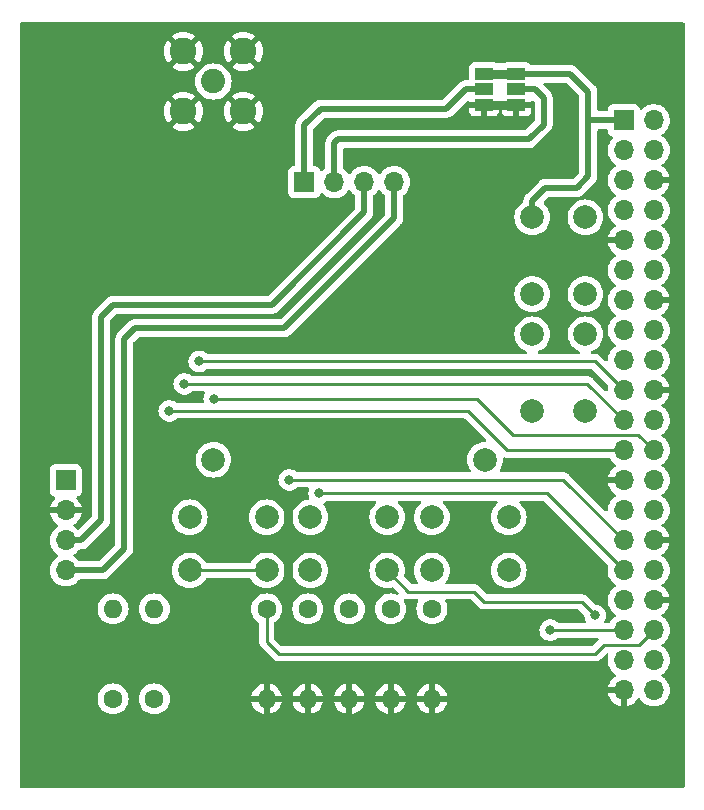
<source format=gtl>
G04 #@! TF.GenerationSoftware,KiCad,Pcbnew,7.0.10*
G04 #@! TF.CreationDate,2024-02-01T09:42:09+01:00*
G04 #@! TF.ProjectId,LoRa-APRS-Gateway-RPI-RA01,4c6f5261-2d41-4505-9253-2d4761746577,rev?*
G04 #@! TF.SameCoordinates,Original*
G04 #@! TF.FileFunction,Copper,L1,Top*
G04 #@! TF.FilePolarity,Positive*
%FSLAX46Y46*%
G04 Gerber Fmt 4.6, Leading zero omitted, Abs format (unit mm)*
G04 Created by KiCad (PCBNEW 7.0.10) date 2024-02-01 09:42:09*
%MOMM*%
%LPD*%
G01*
G04 APERTURE LIST*
G04 #@! TA.AperFunction,ComponentPad*
%ADD10C,1.600000*%
G04 #@! TD*
G04 #@! TA.AperFunction,ComponentPad*
%ADD11O,1.600000X1.600000*%
G04 #@! TD*
G04 #@! TA.AperFunction,ComponentPad*
%ADD12C,2.000000*%
G04 #@! TD*
G04 #@! TA.AperFunction,ComponentPad*
%ADD13C,2.050000*%
G04 #@! TD*
G04 #@! TA.AperFunction,ComponentPad*
%ADD14C,2.250000*%
G04 #@! TD*
G04 #@! TA.AperFunction,SMDPad,CuDef*
%ADD15R,1.500000X1.000000*%
G04 #@! TD*
G04 #@! TA.AperFunction,ComponentPad*
%ADD16R,1.700000X1.700000*%
G04 #@! TD*
G04 #@! TA.AperFunction,ComponentPad*
%ADD17O,1.700000X1.700000*%
G04 #@! TD*
G04 #@! TA.AperFunction,ViaPad*
%ADD18C,0.800000*%
G04 #@! TD*
G04 #@! TA.AperFunction,Conductor*
%ADD19C,0.250000*%
G04 #@! TD*
G04 #@! TA.AperFunction,Conductor*
%ADD20C,0.750000*%
G04 #@! TD*
G04 #@! TA.AperFunction,Conductor*
%ADD21C,0.500000*%
G04 #@! TD*
G04 APERTURE END LIST*
D10*
X100450000Y-140941000D03*
D11*
X100450000Y-148561000D03*
D10*
X107450000Y-140941000D03*
D11*
X107450000Y-148561000D03*
D12*
X114450000Y-133191000D03*
X120950000Y-133191000D03*
X114450000Y-137691000D03*
X120950000Y-137691000D03*
X122950000Y-124191000D03*
X122950000Y-117691000D03*
X127450000Y-124191000D03*
X127450000Y-117691000D03*
D13*
X95950000Y-96291000D03*
D14*
X93410000Y-98831000D03*
X98490000Y-98831000D03*
X93410000Y-93751000D03*
X98490000Y-93751000D03*
D12*
X93950000Y-133191000D03*
X100450000Y-133191000D03*
X93950000Y-137691000D03*
X100450000Y-137691000D03*
X122950000Y-114291000D03*
X122950000Y-107791000D03*
X127450000Y-114291000D03*
X127450000Y-107791000D03*
X104160000Y-133191000D03*
X110660000Y-133191000D03*
X104160000Y-137691000D03*
X110660000Y-137691000D03*
D10*
X103950000Y-140941000D03*
D11*
X103950000Y-148561000D03*
D10*
X110950000Y-140941000D03*
D11*
X110950000Y-148561000D03*
D10*
X114450000Y-140941000D03*
D11*
X114450000Y-148561000D03*
D15*
X121599669Y-95641882D03*
X121599669Y-96941882D03*
X121599669Y-98241882D03*
X118849669Y-98241882D03*
X118849669Y-96941882D03*
X118849669Y-95641882D03*
D16*
X83450000Y-130071000D03*
D17*
X83450000Y-132611000D03*
X83450000Y-135151000D03*
X83450000Y-137691000D03*
D10*
X87450000Y-148561000D03*
D11*
X87450000Y-140941000D03*
D10*
X90950000Y-148561000D03*
D11*
X90950000Y-140941000D03*
D16*
X103640000Y-104812857D03*
D17*
X106180000Y-104812857D03*
X108720000Y-104812857D03*
X111260000Y-104812857D03*
D12*
X95950000Y-128312857D03*
X118950000Y-128312857D03*
D16*
X130687680Y-99573080D03*
D17*
X133227680Y-99573080D03*
X130687680Y-102113080D03*
X133227680Y-102113080D03*
X130687680Y-104653080D03*
X133227680Y-104653080D03*
X130687680Y-107193080D03*
X133227680Y-107193080D03*
X130687680Y-109733080D03*
X133227680Y-109733080D03*
X130687680Y-112273080D03*
X133227680Y-112273080D03*
X130687680Y-114813080D03*
X133227680Y-114813080D03*
X130687680Y-117353080D03*
X133227680Y-117353080D03*
X130687680Y-119893080D03*
X133227680Y-119893080D03*
X130687680Y-122433080D03*
X133227680Y-122433080D03*
X130687680Y-124973080D03*
X133227680Y-124973080D03*
X130687680Y-127513080D03*
X133227680Y-127513080D03*
X130687680Y-130053080D03*
X133227680Y-130053080D03*
X130687680Y-132593080D03*
X133227680Y-132593080D03*
X130687680Y-135133080D03*
X133227680Y-135133080D03*
X130687680Y-137673080D03*
X133227680Y-137673080D03*
X130687680Y-140213080D03*
X133227680Y-140213080D03*
X130687680Y-142753080D03*
X133227680Y-142753080D03*
X130687680Y-145293080D03*
X133227680Y-145293080D03*
X130687680Y-147833080D03*
X133227680Y-147833080D03*
D18*
X110950000Y-142973000D03*
X113262000Y-105021000D03*
X104880000Y-102227000D03*
X109990000Y-106336857D03*
X102370000Y-130019000D03*
X104910000Y-131162000D03*
X94750000Y-119986000D03*
X93480000Y-121891000D03*
X92210000Y-124177000D03*
X96020000Y-123161000D03*
X128270000Y-141491000D03*
X124470000Y-142753080D03*
D19*
X120225000Y-98241882D02*
X120225000Y-99191000D01*
D20*
X118849669Y-98241882D02*
X120225000Y-98241882D01*
X120225000Y-98241882D02*
X121599669Y-98241882D01*
D21*
X83450000Y-137691000D02*
X86570000Y-137691000D01*
X111260000Y-107841000D02*
X101910000Y-117191000D01*
X111260000Y-104812857D02*
X111260000Y-107841000D01*
X101910000Y-117191000D02*
X89289000Y-117191000D01*
X86570000Y-137691000D02*
X88400000Y-135861000D01*
X88400000Y-118080000D02*
X89289000Y-117191000D01*
X88400000Y-135861000D02*
X88400000Y-118080000D01*
X87450000Y-115191000D02*
X100910000Y-115191000D01*
X86450000Y-133441000D02*
X86450000Y-116191000D01*
X108720000Y-107381000D02*
X108720000Y-104812857D01*
X83450000Y-135151000D02*
X84740000Y-135151000D01*
X84740000Y-135151000D02*
X86450000Y-133441000D01*
X100910000Y-115191000D02*
X108720000Y-107381000D01*
X86450000Y-116191000D02*
X87450000Y-115191000D01*
D19*
X125573600Y-130019000D02*
X102370000Y-130019000D01*
X125573600Y-130019000D02*
X130687680Y-135133080D01*
X130687680Y-137673080D02*
X124176600Y-131162000D01*
X124176600Y-131162000D02*
X104846500Y-131162000D01*
D21*
X103640000Y-99986857D02*
X103640000Y-104812857D01*
X105035857Y-98591000D02*
X103640000Y-99986857D01*
X115676551Y-98591000D02*
X105035857Y-98591000D01*
X117325669Y-96941882D02*
X115676551Y-98591000D01*
X118849669Y-96941882D02*
X117325669Y-96941882D01*
X123900000Y-99941000D02*
X122650000Y-101191000D01*
X106499857Y-101191000D02*
X106180000Y-101510857D01*
X106180000Y-101510857D02*
X106180000Y-104812857D01*
X123150882Y-96941882D02*
X123900000Y-97691000D01*
X121599669Y-96941882D02*
X123150882Y-96941882D01*
X123900000Y-97691000D02*
X123900000Y-99941000D01*
X122650000Y-101191000D02*
X106499857Y-101191000D01*
D19*
X130687680Y-122433080D02*
X128240600Y-119986000D01*
X128240600Y-119986000D02*
X94750000Y-119986000D01*
X130687680Y-124973080D02*
X127605600Y-121891000D01*
X127605600Y-121891000D02*
X93480000Y-121891000D01*
X117483000Y-124177000D02*
X92210000Y-124177000D01*
X120819080Y-127513080D02*
X117483000Y-124177000D01*
X130687680Y-127513080D02*
X120819080Y-127513080D01*
X133227680Y-127513080D02*
X131927680Y-126213080D01*
X131927680Y-126213080D02*
X121298476Y-126213080D01*
X96020000Y-123161000D02*
X118246396Y-123161000D01*
X121298476Y-126213080D02*
X118246396Y-123161000D01*
X128270000Y-141491000D02*
X127132080Y-140353080D01*
X118867680Y-140353080D02*
X118005600Y-139491000D01*
X110660000Y-137691000D02*
X112460000Y-139491000D01*
X118005600Y-139491000D02*
X112460000Y-139491000D01*
X127132080Y-140353080D02*
X118867680Y-140353080D01*
X129012080Y-144011000D02*
X128272080Y-144751000D01*
X100450000Y-143731000D02*
X100450000Y-140941000D01*
X93950000Y-137691000D02*
X100450000Y-137691000D01*
X128272080Y-144751000D02*
X101470000Y-144751000D01*
X133227680Y-142753080D02*
X131969760Y-144011000D01*
X131969760Y-144011000D02*
X129012080Y-144011000D01*
X101470000Y-144751000D02*
X100450000Y-143731000D01*
X130687680Y-142753080D02*
X124470000Y-142753080D01*
D20*
X118849669Y-95641882D02*
X121599669Y-95641882D01*
D21*
X127700000Y-97184213D02*
X126157669Y-95641882D01*
X122950000Y-107791000D02*
X122950000Y-106376787D01*
X126157669Y-95641882D02*
X121599669Y-95641882D01*
X127700000Y-104305400D02*
X127700000Y-99573080D01*
X124035787Y-105291000D02*
X126714400Y-105291000D01*
X122950000Y-106376787D02*
X124035787Y-105291000D01*
X127700000Y-99573080D02*
X127700000Y-97184213D01*
X126714400Y-105291000D02*
X127700000Y-104305400D01*
X130687680Y-99573080D02*
X127700000Y-99573080D01*
G04 #@! TA.AperFunction,Conductor*
G36*
X110073225Y-105488526D02*
G01*
X110095480Y-105514210D01*
X110128607Y-105564915D01*
X110184275Y-105650122D01*
X110184279Y-105650127D01*
X110240784Y-105711506D01*
X110336760Y-105815763D01*
X110452892Y-105906153D01*
X110494362Y-105963776D01*
X110501500Y-106005583D01*
X110501500Y-107474629D01*
X110481498Y-107542750D01*
X110464595Y-107563724D01*
X101632724Y-116395595D01*
X101570412Y-116429621D01*
X101543629Y-116432500D01*
X89353441Y-116432500D01*
X89335182Y-116431170D01*
X89311212Y-116427659D01*
X89311211Y-116427659D01*
X89288786Y-116429621D01*
X89261354Y-116432021D01*
X89250373Y-116432500D01*
X89244816Y-116432500D01*
X89213713Y-116436135D01*
X89210070Y-116436507D01*
X89134575Y-116443112D01*
X89127389Y-116444596D01*
X89127376Y-116444533D01*
X89120003Y-116446168D01*
X89120018Y-116446231D01*
X89112881Y-116447922D01*
X89041633Y-116473853D01*
X89038176Y-116475055D01*
X88995341Y-116489250D01*
X88966262Y-116498886D01*
X88966260Y-116498886D01*
X88966260Y-116498887D01*
X88959612Y-116501987D01*
X88959583Y-116501926D01*
X88952792Y-116505214D01*
X88952822Y-116505273D01*
X88946269Y-116508563D01*
X88882920Y-116550229D01*
X88879830Y-116552197D01*
X88815351Y-116591968D01*
X88809588Y-116596525D01*
X88809547Y-116596473D01*
X88803704Y-116601233D01*
X88803746Y-116601283D01*
X88798128Y-116605996D01*
X88746087Y-116661156D01*
X88743534Y-116663783D01*
X87909225Y-117498092D01*
X87895376Y-117510062D01*
X87875943Y-117524529D01*
X87843771Y-117562870D01*
X87836360Y-117570958D01*
X87832420Y-117574898D01*
X87832414Y-117574905D01*
X87812997Y-117599460D01*
X87810689Y-117602294D01*
X87761964Y-117660364D01*
X87757935Y-117666491D01*
X87757880Y-117666455D01*
X87753825Y-117672820D01*
X87753882Y-117672855D01*
X87750030Y-117679098D01*
X87717996Y-117747794D01*
X87716401Y-117751087D01*
X87682394Y-117818805D01*
X87679882Y-117825707D01*
X87679820Y-117825684D01*
X87677343Y-117832810D01*
X87677404Y-117832831D01*
X87675096Y-117839795D01*
X87659759Y-117914064D01*
X87658967Y-117917637D01*
X87641500Y-117991340D01*
X87640648Y-117998634D01*
X87640581Y-117998626D01*
X87639814Y-118006126D01*
X87639881Y-118006132D01*
X87639241Y-118013442D01*
X87641447Y-118089258D01*
X87641500Y-118092922D01*
X87641500Y-135494629D01*
X87621498Y-135562750D01*
X87604595Y-135583724D01*
X86292724Y-136895595D01*
X86230412Y-136929621D01*
X86203629Y-136932500D01*
X84645372Y-136932500D01*
X84577251Y-136912498D01*
X84539890Y-136875417D01*
X84525723Y-136853734D01*
X84525722Y-136853732D01*
X84373240Y-136688094D01*
X84373239Y-136688093D01*
X84373237Y-136688091D01*
X84287077Y-136621030D01*
X84195576Y-136549811D01*
X84162319Y-136531813D01*
X84111929Y-136481802D01*
X84096576Y-136412485D01*
X84121136Y-136345872D01*
X84162320Y-136310186D01*
X84195576Y-136292189D01*
X84373240Y-136153906D01*
X84525722Y-135988268D01*
X84536565Y-135971670D01*
X84539890Y-135966583D01*
X84593895Y-135920495D01*
X84645372Y-135909500D01*
X84675559Y-135909500D01*
X84693819Y-135910830D01*
X84699489Y-135911660D01*
X84717789Y-135914341D01*
X84767646Y-135909978D01*
X84778627Y-135909500D01*
X84784175Y-135909500D01*
X84784180Y-135909500D01*
X84815287Y-135905863D01*
X84818889Y-135905495D01*
X84894426Y-135898887D01*
X84894430Y-135898885D01*
X84901618Y-135897402D01*
X84901631Y-135897468D01*
X84908987Y-135895836D01*
X84908972Y-135895771D01*
X84916102Y-135894080D01*
X84916113Y-135894079D01*
X84987400Y-135868132D01*
X84990769Y-135866961D01*
X85062738Y-135843114D01*
X85062747Y-135843108D01*
X85069389Y-135840012D01*
X85069418Y-135840074D01*
X85076203Y-135836789D01*
X85076173Y-135836729D01*
X85082724Y-135833437D01*
X85082732Y-135833435D01*
X85146091Y-135791761D01*
X85149161Y-135789806D01*
X85213651Y-135750030D01*
X85213659Y-135750021D01*
X85219408Y-135745477D01*
X85219450Y-135745531D01*
X85225289Y-135740775D01*
X85225246Y-135740723D01*
X85230864Y-135736007D01*
X85230874Y-135736001D01*
X85282961Y-135680790D01*
X85285448Y-135678231D01*
X86940778Y-134022901D01*
X86954617Y-134010941D01*
X86974058Y-133996469D01*
X87006227Y-133958130D01*
X87013645Y-133950034D01*
X87017580Y-133946101D01*
X87037044Y-133921483D01*
X87039241Y-133918785D01*
X87088032Y-133860640D01*
X87088034Y-133860634D01*
X87088037Y-133860632D01*
X87092066Y-133854508D01*
X87092122Y-133854545D01*
X87096171Y-133848190D01*
X87096113Y-133848155D01*
X87099963Y-133841912D01*
X87099964Y-133841909D01*
X87099967Y-133841906D01*
X87132018Y-133773170D01*
X87133570Y-133769963D01*
X87167609Y-133702188D01*
X87167610Y-133702181D01*
X87170119Y-133695291D01*
X87170183Y-133695314D01*
X87172658Y-133688193D01*
X87172593Y-133688172D01*
X87174899Y-133681210D01*
X87174902Y-133681206D01*
X87190229Y-133606972D01*
X87191021Y-133603399D01*
X87208500Y-133529655D01*
X87209352Y-133522368D01*
X87209418Y-133522375D01*
X87210184Y-133514877D01*
X87210118Y-133514872D01*
X87210756Y-133507565D01*
X87210758Y-133507558D01*
X87208553Y-133431774D01*
X87208500Y-133428110D01*
X87208500Y-116557371D01*
X87228502Y-116489250D01*
X87245405Y-116468276D01*
X87727276Y-115986405D01*
X87789588Y-115952379D01*
X87816371Y-115949500D01*
X100845559Y-115949500D01*
X100863819Y-115950830D01*
X100869489Y-115951660D01*
X100887789Y-115954341D01*
X100937646Y-115949978D01*
X100948627Y-115949500D01*
X100954175Y-115949500D01*
X100954180Y-115949500D01*
X100985287Y-115945863D01*
X100988889Y-115945495D01*
X101064426Y-115938887D01*
X101064430Y-115938885D01*
X101071618Y-115937402D01*
X101071631Y-115937468D01*
X101078987Y-115935836D01*
X101078972Y-115935771D01*
X101086102Y-115934080D01*
X101086113Y-115934079D01*
X101157400Y-115908132D01*
X101160769Y-115906961D01*
X101232738Y-115883114D01*
X101232747Y-115883108D01*
X101239389Y-115880012D01*
X101239418Y-115880074D01*
X101246203Y-115876789D01*
X101246173Y-115876729D01*
X101252724Y-115873437D01*
X101252732Y-115873435D01*
X101316091Y-115831761D01*
X101319161Y-115829806D01*
X101383651Y-115790030D01*
X101383659Y-115790021D01*
X101389408Y-115785477D01*
X101389450Y-115785531D01*
X101395289Y-115780775D01*
X101395246Y-115780723D01*
X101400864Y-115776007D01*
X101400874Y-115776001D01*
X101452961Y-115720790D01*
X101455448Y-115718231D01*
X109210778Y-107962901D01*
X109224617Y-107950941D01*
X109244058Y-107936469D01*
X109276227Y-107898130D01*
X109283645Y-107890034D01*
X109287581Y-107886100D01*
X109307025Y-107861507D01*
X109309265Y-107858757D01*
X109358032Y-107800640D01*
X109358033Y-107800636D01*
X109358036Y-107800634D01*
X109362070Y-107794502D01*
X109362127Y-107794539D01*
X109366171Y-107788191D01*
X109366112Y-107788155D01*
X109369965Y-107781907D01*
X109369967Y-107781905D01*
X109402035Y-107713132D01*
X109403557Y-107709989D01*
X109437609Y-107642188D01*
X109437609Y-107642184D01*
X109437611Y-107642182D01*
X109440119Y-107635291D01*
X109440184Y-107635314D01*
X109442658Y-107628197D01*
X109442594Y-107628176D01*
X109444903Y-107621207D01*
X109460238Y-107546936D01*
X109461022Y-107543397D01*
X109478500Y-107469656D01*
X109478500Y-107469655D01*
X109479352Y-107462368D01*
X109479419Y-107462375D01*
X109480185Y-107454877D01*
X109480119Y-107454872D01*
X109480757Y-107447565D01*
X109480759Y-107447558D01*
X109478553Y-107371740D01*
X109478500Y-107368076D01*
X109478500Y-106005583D01*
X109498502Y-105937462D01*
X109527106Y-105906154D01*
X109643240Y-105815763D01*
X109795722Y-105650125D01*
X109884518Y-105514211D01*
X109938520Y-105468125D01*
X110008868Y-105458549D01*
X110073225Y-105488526D01*
G37*
G04 #@! TD.AperFunction*
G04 #@! TA.AperFunction,Conductor*
G36*
X120633766Y-128123159D02*
G01*
X120640932Y-128126260D01*
X120640933Y-128126260D01*
X120640935Y-128126261D01*
X120684610Y-128133178D01*
X120696221Y-128135582D01*
X120739050Y-128146580D01*
X120759304Y-128146580D01*
X120779014Y-128148131D01*
X120781221Y-128148480D01*
X120799023Y-128151300D01*
X120843041Y-128147138D01*
X120854899Y-128146580D01*
X129410642Y-128146580D01*
X129478763Y-128166582D01*
X129516125Y-128203665D01*
X129611955Y-128350345D01*
X129611959Y-128350350D01*
X129764442Y-128515988D01*
X129807584Y-128549567D01*
X129942104Y-128654269D01*
X129975885Y-128672550D01*
X130026276Y-128722562D01*
X130041629Y-128791879D01*
X130017069Y-128858492D01*
X129975889Y-128894176D01*
X129942384Y-128912308D01*
X129942378Y-128912312D01*
X129764777Y-129050545D01*
X129612354Y-129216121D01*
X129489260Y-129404531D01*
X129398859Y-129610623D01*
X129398856Y-129610630D01*
X129351135Y-129799079D01*
X129351136Y-129799080D01*
X130256564Y-129799080D01*
X130228187Y-129843236D01*
X130187680Y-129981191D01*
X130187680Y-130124969D01*
X130228187Y-130262924D01*
X130256564Y-130307080D01*
X129351135Y-130307080D01*
X129398856Y-130495529D01*
X129398859Y-130495536D01*
X129489260Y-130701628D01*
X129612354Y-130890038D01*
X129764777Y-131055614D01*
X129942378Y-131193847D01*
X129942384Y-131193851D01*
X129975887Y-131211982D01*
X130026277Y-131261995D01*
X130041629Y-131331312D01*
X130017068Y-131397925D01*
X129975887Y-131433608D01*
X129942110Y-131451887D01*
X129942104Y-131451891D01*
X129764442Y-131590171D01*
X129611959Y-131755809D01*
X129611955Y-131755814D01*
X129488821Y-131944286D01*
X129398383Y-132150466D01*
X129398382Y-132150467D01*
X129343117Y-132368704D01*
X129343116Y-132368710D01*
X129343116Y-132368712D01*
X129331902Y-132504038D01*
X129325474Y-132581615D01*
X129299914Y-132647851D01*
X129242602Y-132689754D01*
X129171734Y-132694020D01*
X129110809Y-132660304D01*
X126080844Y-129630339D01*
X126070879Y-129617901D01*
X126070652Y-129618090D01*
X126065601Y-129611984D01*
X126065600Y-129611982D01*
X126063983Y-129610464D01*
X126015949Y-129565357D01*
X126013105Y-129562600D01*
X125993377Y-129542871D01*
X125993371Y-129542866D01*
X125990167Y-129540380D01*
X125981156Y-129532683D01*
X125948925Y-129502417D01*
X125948919Y-129502413D01*
X125931163Y-129492651D01*
X125914647Y-129481802D01*
X125898641Y-129469386D01*
X125858064Y-129451827D01*
X125847407Y-129446605D01*
X125808663Y-129425306D01*
X125808660Y-129425305D01*
X125789036Y-129420266D01*
X125770336Y-129413864D01*
X125751745Y-129405819D01*
X125751743Y-129405818D01*
X125751741Y-129405818D01*
X125708074Y-129398901D01*
X125696455Y-129396495D01*
X125653630Y-129385500D01*
X125633376Y-129385500D01*
X125613666Y-129383949D01*
X125593657Y-129380780D01*
X125549639Y-129384941D01*
X125537781Y-129385500D01*
X120286884Y-129385500D01*
X120218763Y-129365498D01*
X120172270Y-129311842D01*
X120162166Y-129241568D01*
X120179451Y-129193665D01*
X120298240Y-128999820D01*
X120389105Y-128780451D01*
X120444535Y-128549568D01*
X120463165Y-128312857D01*
X120458114Y-128248682D01*
X120472708Y-128179203D01*
X120522550Y-128128643D01*
X120591814Y-128113056D01*
X120633766Y-128123159D01*
G37*
G04 #@! TD.AperFunction*
G04 #@! TA.AperFunction,Conductor*
G36*
X123066181Y-97930316D02*
G01*
X123072764Y-97936445D01*
X123104595Y-97968276D01*
X123138621Y-98030588D01*
X123141500Y-98057371D01*
X123141500Y-99574629D01*
X123121498Y-99642750D01*
X123104595Y-99663724D01*
X122372724Y-100395595D01*
X122310412Y-100429621D01*
X122283629Y-100432500D01*
X106564298Y-100432500D01*
X106546038Y-100431170D01*
X106522069Y-100427659D01*
X106522068Y-100427659D01*
X106499643Y-100429621D01*
X106472211Y-100432021D01*
X106461230Y-100432500D01*
X106455671Y-100432500D01*
X106424566Y-100436135D01*
X106420924Y-100436507D01*
X106345434Y-100443112D01*
X106338243Y-100444597D01*
X106338229Y-100444532D01*
X106330865Y-100446165D01*
X106330881Y-100446229D01*
X106323744Y-100447920D01*
X106252515Y-100473844D01*
X106249059Y-100475045D01*
X106177125Y-100498883D01*
X106170472Y-100501986D01*
X106170443Y-100501925D01*
X106163649Y-100505214D01*
X106163679Y-100505273D01*
X106157126Y-100508563D01*
X106093777Y-100550229D01*
X106090687Y-100552197D01*
X106026208Y-100591968D01*
X106020445Y-100596525D01*
X106020404Y-100596473D01*
X106014561Y-100601233D01*
X106014603Y-100601283D01*
X106008985Y-100605996D01*
X105956944Y-100661156D01*
X105954391Y-100663783D01*
X105689225Y-100928949D01*
X105675376Y-100940919D01*
X105655943Y-100955386D01*
X105623771Y-100993727D01*
X105616360Y-101001815D01*
X105612420Y-101005755D01*
X105612414Y-101005762D01*
X105592997Y-101030317D01*
X105590689Y-101033151D01*
X105541964Y-101091221D01*
X105537935Y-101097348D01*
X105537880Y-101097312D01*
X105533825Y-101103677D01*
X105533882Y-101103712D01*
X105530030Y-101109955D01*
X105497996Y-101178651D01*
X105496401Y-101181944D01*
X105462394Y-101249662D01*
X105459882Y-101256564D01*
X105459820Y-101256541D01*
X105457343Y-101263667D01*
X105457404Y-101263688D01*
X105455096Y-101270652D01*
X105439759Y-101344921D01*
X105438967Y-101348494D01*
X105421500Y-101422197D01*
X105420648Y-101429491D01*
X105420581Y-101429483D01*
X105419814Y-101436983D01*
X105419881Y-101436989D01*
X105419241Y-101444299D01*
X105421447Y-101520115D01*
X105421500Y-101523779D01*
X105421500Y-103620130D01*
X105401498Y-103688251D01*
X105372891Y-103719561D01*
X105256765Y-103809946D01*
X105256759Y-103809951D01*
X105195754Y-103876220D01*
X105134901Y-103912790D01*
X105063936Y-103910655D01*
X105005391Y-103870493D01*
X104984999Y-103834914D01*
X104960265Y-103768601D01*
X104940889Y-103716653D01*
X104940888Y-103716651D01*
X104940887Y-103716649D01*
X104853261Y-103599595D01*
X104736207Y-103511969D01*
X104736202Y-103511967D01*
X104599204Y-103460868D01*
X104599196Y-103460866D01*
X104538649Y-103454357D01*
X104538638Y-103454357D01*
X104524500Y-103454357D01*
X104456379Y-103434355D01*
X104409886Y-103380699D01*
X104398500Y-103328357D01*
X104398500Y-100353228D01*
X104418502Y-100285107D01*
X104435405Y-100264133D01*
X105313133Y-99386405D01*
X105375445Y-99352379D01*
X105402228Y-99349500D01*
X115612110Y-99349500D01*
X115630370Y-99350830D01*
X115636040Y-99351660D01*
X115654340Y-99354341D01*
X115704197Y-99349978D01*
X115715178Y-99349500D01*
X115720726Y-99349500D01*
X115720731Y-99349500D01*
X115751838Y-99345863D01*
X115755440Y-99345495D01*
X115830977Y-99338887D01*
X115830981Y-99338885D01*
X115838169Y-99337402D01*
X115838182Y-99337468D01*
X115845538Y-99335836D01*
X115845523Y-99335771D01*
X115852653Y-99334080D01*
X115852664Y-99334079D01*
X115923951Y-99308132D01*
X115927320Y-99306961D01*
X115999289Y-99283114D01*
X115999298Y-99283108D01*
X116005940Y-99280012D01*
X116005969Y-99280074D01*
X116012754Y-99276789D01*
X116012724Y-99276729D01*
X116019275Y-99273437D01*
X116019283Y-99273435D01*
X116082642Y-99231761D01*
X116085712Y-99229806D01*
X116150202Y-99190030D01*
X116150210Y-99190021D01*
X116155959Y-99185477D01*
X116156001Y-99185531D01*
X116161840Y-99180775D01*
X116161797Y-99180723D01*
X116167415Y-99176007D01*
X116167425Y-99176001D01*
X116219512Y-99120790D01*
X116221999Y-99118231D01*
X116844349Y-98495882D01*
X117591669Y-98495882D01*
X117591669Y-98790479D01*
X117598174Y-98850975D01*
X117649224Y-98987846D01*
X117649224Y-98987847D01*
X117736764Y-99104786D01*
X117853703Y-99192326D01*
X117990575Y-99243376D01*
X118051071Y-99249881D01*
X118051084Y-99249882D01*
X118595669Y-99249882D01*
X118595669Y-98495882D01*
X117591669Y-98495882D01*
X116844349Y-98495882D01*
X117382917Y-97957314D01*
X117445225Y-97923291D01*
X117516040Y-97928356D01*
X117561103Y-97957317D01*
X117591668Y-97987882D01*
X118977669Y-97987882D01*
X119045790Y-98007884D01*
X119092283Y-98061540D01*
X119103669Y-98113882D01*
X119103669Y-99249882D01*
X119648254Y-99249882D01*
X119648266Y-99249881D01*
X119708762Y-99243376D01*
X119845633Y-99192326D01*
X119845634Y-99192326D01*
X119962573Y-99104786D01*
X120050113Y-98987847D01*
X120050113Y-98987846D01*
X120101162Y-98850978D01*
X120102045Y-98847244D01*
X120103524Y-98844645D01*
X120103918Y-98843591D01*
X120104088Y-98843654D01*
X120137176Y-98785548D01*
X120200084Y-98752639D01*
X120270799Y-98758965D01*
X120326867Y-98802518D01*
X120347293Y-98847244D01*
X120348175Y-98850978D01*
X120399224Y-98987846D01*
X120399224Y-98987847D01*
X120486764Y-99104786D01*
X120603703Y-99192326D01*
X120740575Y-99243376D01*
X120801071Y-99249881D01*
X120801084Y-99249882D01*
X121345669Y-99249882D01*
X121345669Y-98495882D01*
X121853669Y-98495882D01*
X121853669Y-99249882D01*
X122398254Y-99249882D01*
X122398266Y-99249881D01*
X122458762Y-99243376D01*
X122595633Y-99192326D01*
X122595634Y-99192326D01*
X122712573Y-99104786D01*
X122800113Y-98987847D01*
X122800113Y-98987846D01*
X122851163Y-98850975D01*
X122857668Y-98790479D01*
X122857669Y-98790467D01*
X122857669Y-98495882D01*
X121853669Y-98495882D01*
X121345669Y-98495882D01*
X121345669Y-98113882D01*
X121365671Y-98045761D01*
X121419327Y-97999268D01*
X121471669Y-97987882D01*
X122857670Y-97987882D01*
X122873322Y-97972229D01*
X122877671Y-97957419D01*
X122931327Y-97910926D01*
X123001601Y-97900822D01*
X123066181Y-97930316D01*
G37*
G04 #@! TD.AperFunction*
G04 #@! TA.AperFunction,Conductor*
G36*
X135791621Y-91311502D02*
G01*
X135838114Y-91365158D01*
X135849500Y-91417500D01*
X135849500Y-155964500D01*
X135829498Y-156032621D01*
X135775842Y-156079114D01*
X135723500Y-156090500D01*
X79676500Y-156090500D01*
X79608379Y-156070498D01*
X79561886Y-156016842D01*
X79550500Y-155964500D01*
X79550500Y-148561000D01*
X86136502Y-148561000D01*
X86156457Y-148789087D01*
X86168924Y-148835614D01*
X86215715Y-149010240D01*
X86215717Y-149010246D01*
X86282767Y-149154035D01*
X86312477Y-149217749D01*
X86443802Y-149405300D01*
X86605700Y-149567198D01*
X86793251Y-149698523D01*
X87000757Y-149795284D01*
X87221913Y-149854543D01*
X87450000Y-149874498D01*
X87678087Y-149854543D01*
X87899243Y-149795284D01*
X88106749Y-149698523D01*
X88294300Y-149567198D01*
X88456198Y-149405300D01*
X88587523Y-149217749D01*
X88684284Y-149010243D01*
X88743543Y-148789087D01*
X88763498Y-148561000D01*
X89636502Y-148561000D01*
X89656457Y-148789087D01*
X89668924Y-148835614D01*
X89715715Y-149010240D01*
X89715717Y-149010246D01*
X89782767Y-149154035D01*
X89812477Y-149217749D01*
X89943802Y-149405300D01*
X90105700Y-149567198D01*
X90293251Y-149698523D01*
X90500757Y-149795284D01*
X90721913Y-149854543D01*
X90950000Y-149874498D01*
X91178087Y-149854543D01*
X91399243Y-149795284D01*
X91606749Y-149698523D01*
X91794300Y-149567198D01*
X91956198Y-149405300D01*
X92087523Y-149217749D01*
X92184284Y-149010243D01*
X92243543Y-148789087D01*
X92263498Y-148561000D01*
X92243543Y-148332913D01*
X92236600Y-148307000D01*
X99163917Y-148307000D01*
X100138314Y-148307000D01*
X100122359Y-148322955D01*
X100064835Y-148435852D01*
X100045014Y-148561000D01*
X100064835Y-148686148D01*
X100122359Y-148799045D01*
X100138314Y-148815000D01*
X99163918Y-148815000D01*
X99216186Y-149010068D01*
X99216188Y-149010073D01*
X99312912Y-149217498D01*
X99444184Y-149404974D01*
X99444189Y-149404980D01*
X99606019Y-149566810D01*
X99606025Y-149566815D01*
X99793501Y-149698087D01*
X100000926Y-149794811D01*
X100000931Y-149794813D01*
X100196000Y-149847081D01*
X100196000Y-148872686D01*
X100211955Y-148888641D01*
X100324852Y-148946165D01*
X100418519Y-148961000D01*
X100481481Y-148961000D01*
X100575148Y-148946165D01*
X100688045Y-148888641D01*
X100704000Y-148872686D01*
X100704000Y-149847081D01*
X100899068Y-149794813D01*
X100899073Y-149794811D01*
X101106498Y-149698087D01*
X101293974Y-149566815D01*
X101293980Y-149566810D01*
X101455810Y-149404980D01*
X101455815Y-149404974D01*
X101587087Y-149217498D01*
X101683811Y-149010073D01*
X101683813Y-149010068D01*
X101736082Y-148815000D01*
X100761686Y-148815000D01*
X100777641Y-148799045D01*
X100835165Y-148686148D01*
X100854986Y-148561000D01*
X100835165Y-148435852D01*
X100777641Y-148322955D01*
X100761686Y-148307000D01*
X101736082Y-148307000D01*
X102663917Y-148307000D01*
X103638314Y-148307000D01*
X103622359Y-148322955D01*
X103564835Y-148435852D01*
X103545014Y-148561000D01*
X103564835Y-148686148D01*
X103622359Y-148799045D01*
X103638314Y-148815000D01*
X102663918Y-148815000D01*
X102716186Y-149010068D01*
X102716188Y-149010073D01*
X102812912Y-149217498D01*
X102944184Y-149404974D01*
X102944189Y-149404980D01*
X103106019Y-149566810D01*
X103106025Y-149566815D01*
X103293501Y-149698087D01*
X103500926Y-149794811D01*
X103500931Y-149794813D01*
X103696000Y-149847081D01*
X103696000Y-148872686D01*
X103711955Y-148888641D01*
X103824852Y-148946165D01*
X103918519Y-148961000D01*
X103981481Y-148961000D01*
X104075148Y-148946165D01*
X104188045Y-148888641D01*
X104204000Y-148872686D01*
X104204000Y-149847081D01*
X104399068Y-149794813D01*
X104399073Y-149794811D01*
X104606498Y-149698087D01*
X104793974Y-149566815D01*
X104793980Y-149566810D01*
X104955810Y-149404980D01*
X104955815Y-149404974D01*
X105087087Y-149217498D01*
X105183811Y-149010073D01*
X105183813Y-149010068D01*
X105236082Y-148815000D01*
X104261686Y-148815000D01*
X104277641Y-148799045D01*
X104335165Y-148686148D01*
X104354986Y-148561000D01*
X104335165Y-148435852D01*
X104277641Y-148322955D01*
X104261686Y-148307000D01*
X105236082Y-148307000D01*
X106163917Y-148307000D01*
X107138314Y-148307000D01*
X107122359Y-148322955D01*
X107064835Y-148435852D01*
X107045014Y-148561000D01*
X107064835Y-148686148D01*
X107122359Y-148799045D01*
X107138314Y-148815000D01*
X106163918Y-148815000D01*
X106216186Y-149010068D01*
X106216188Y-149010073D01*
X106312912Y-149217498D01*
X106444184Y-149404974D01*
X106444189Y-149404980D01*
X106606019Y-149566810D01*
X106606025Y-149566815D01*
X106793501Y-149698087D01*
X107000926Y-149794811D01*
X107000931Y-149794813D01*
X107196000Y-149847081D01*
X107196000Y-148872686D01*
X107211955Y-148888641D01*
X107324852Y-148946165D01*
X107418519Y-148961000D01*
X107481481Y-148961000D01*
X107575148Y-148946165D01*
X107688045Y-148888641D01*
X107704000Y-148872686D01*
X107704000Y-149847081D01*
X107899068Y-149794813D01*
X107899073Y-149794811D01*
X108106498Y-149698087D01*
X108293974Y-149566815D01*
X108293980Y-149566810D01*
X108455810Y-149404980D01*
X108455815Y-149404974D01*
X108587087Y-149217498D01*
X108683811Y-149010073D01*
X108683813Y-149010068D01*
X108736082Y-148815000D01*
X107761686Y-148815000D01*
X107777641Y-148799045D01*
X107835165Y-148686148D01*
X107854986Y-148561000D01*
X107835165Y-148435852D01*
X107777641Y-148322955D01*
X107761686Y-148307000D01*
X108736082Y-148307000D01*
X109663917Y-148307000D01*
X110638314Y-148307000D01*
X110622359Y-148322955D01*
X110564835Y-148435852D01*
X110545014Y-148561000D01*
X110564835Y-148686148D01*
X110622359Y-148799045D01*
X110638314Y-148815000D01*
X109663918Y-148815000D01*
X109716186Y-149010068D01*
X109716188Y-149010073D01*
X109812912Y-149217498D01*
X109944184Y-149404974D01*
X109944189Y-149404980D01*
X110106019Y-149566810D01*
X110106025Y-149566815D01*
X110293501Y-149698087D01*
X110500926Y-149794811D01*
X110500931Y-149794813D01*
X110696000Y-149847081D01*
X110696000Y-148872686D01*
X110711955Y-148888641D01*
X110824852Y-148946165D01*
X110918519Y-148961000D01*
X110981481Y-148961000D01*
X111075148Y-148946165D01*
X111188045Y-148888641D01*
X111204000Y-148872686D01*
X111204000Y-149847081D01*
X111399068Y-149794813D01*
X111399073Y-149794811D01*
X111606498Y-149698087D01*
X111793974Y-149566815D01*
X111793980Y-149566810D01*
X111955810Y-149404980D01*
X111955815Y-149404974D01*
X112087087Y-149217498D01*
X112183811Y-149010073D01*
X112183813Y-149010068D01*
X112236082Y-148815000D01*
X111261686Y-148815000D01*
X111277641Y-148799045D01*
X111335165Y-148686148D01*
X111354986Y-148561000D01*
X111335165Y-148435852D01*
X111277641Y-148322955D01*
X111261686Y-148307000D01*
X112236082Y-148307000D01*
X113163917Y-148307000D01*
X114138314Y-148307000D01*
X114122359Y-148322955D01*
X114064835Y-148435852D01*
X114045014Y-148561000D01*
X114064835Y-148686148D01*
X114122359Y-148799045D01*
X114138314Y-148815000D01*
X113163918Y-148815000D01*
X113216186Y-149010068D01*
X113216188Y-149010073D01*
X113312912Y-149217498D01*
X113444184Y-149404974D01*
X113444189Y-149404980D01*
X113606019Y-149566810D01*
X113606025Y-149566815D01*
X113793501Y-149698087D01*
X114000926Y-149794811D01*
X114000931Y-149794813D01*
X114196000Y-149847081D01*
X114196000Y-148872686D01*
X114211955Y-148888641D01*
X114324852Y-148946165D01*
X114418519Y-148961000D01*
X114481481Y-148961000D01*
X114575148Y-148946165D01*
X114688045Y-148888641D01*
X114704000Y-148872686D01*
X114704000Y-149847081D01*
X114899068Y-149794813D01*
X114899073Y-149794811D01*
X115106498Y-149698087D01*
X115293974Y-149566815D01*
X115293980Y-149566810D01*
X115455810Y-149404980D01*
X115455815Y-149404974D01*
X115587087Y-149217498D01*
X115683811Y-149010073D01*
X115683813Y-149010068D01*
X115736082Y-148815000D01*
X114761686Y-148815000D01*
X114777641Y-148799045D01*
X114835165Y-148686148D01*
X114854986Y-148561000D01*
X114835165Y-148435852D01*
X114777641Y-148322955D01*
X114761686Y-148307000D01*
X115736082Y-148307000D01*
X115683813Y-148111931D01*
X115683811Y-148111926D01*
X115587087Y-147904501D01*
X115455815Y-147717025D01*
X115455810Y-147717019D01*
X115293980Y-147555189D01*
X115293974Y-147555184D01*
X115106498Y-147423912D01*
X114899073Y-147327188D01*
X114899071Y-147327187D01*
X114704000Y-147274917D01*
X114704000Y-148249314D01*
X114688045Y-148233359D01*
X114575148Y-148175835D01*
X114481481Y-148161000D01*
X114418519Y-148161000D01*
X114324852Y-148175835D01*
X114211955Y-148233359D01*
X114196000Y-148249314D01*
X114196000Y-147274917D01*
X114195999Y-147274917D01*
X114000928Y-147327187D01*
X114000926Y-147327188D01*
X113793501Y-147423912D01*
X113606025Y-147555184D01*
X113606019Y-147555189D01*
X113444189Y-147717019D01*
X113444184Y-147717025D01*
X113312912Y-147904501D01*
X113216188Y-148111926D01*
X113216186Y-148111931D01*
X113163917Y-148307000D01*
X112236082Y-148307000D01*
X112183813Y-148111931D01*
X112183811Y-148111926D01*
X112087087Y-147904501D01*
X111955815Y-147717025D01*
X111955810Y-147717019D01*
X111793980Y-147555189D01*
X111793974Y-147555184D01*
X111606498Y-147423912D01*
X111399073Y-147327188D01*
X111399071Y-147327187D01*
X111204000Y-147274917D01*
X111204000Y-148249314D01*
X111188045Y-148233359D01*
X111075148Y-148175835D01*
X110981481Y-148161000D01*
X110918519Y-148161000D01*
X110824852Y-148175835D01*
X110711955Y-148233359D01*
X110696000Y-148249314D01*
X110696000Y-147274917D01*
X110695999Y-147274917D01*
X110500928Y-147327187D01*
X110500926Y-147327188D01*
X110293501Y-147423912D01*
X110106025Y-147555184D01*
X110106019Y-147555189D01*
X109944189Y-147717019D01*
X109944184Y-147717025D01*
X109812912Y-147904501D01*
X109716188Y-148111926D01*
X109716186Y-148111931D01*
X109663917Y-148307000D01*
X108736082Y-148307000D01*
X108683813Y-148111931D01*
X108683811Y-148111926D01*
X108587087Y-147904501D01*
X108455815Y-147717025D01*
X108455810Y-147717019D01*
X108293980Y-147555189D01*
X108293974Y-147555184D01*
X108106498Y-147423912D01*
X107899073Y-147327188D01*
X107899071Y-147327187D01*
X107704000Y-147274917D01*
X107704000Y-148249314D01*
X107688045Y-148233359D01*
X107575148Y-148175835D01*
X107481481Y-148161000D01*
X107418519Y-148161000D01*
X107324852Y-148175835D01*
X107211955Y-148233359D01*
X107196000Y-148249314D01*
X107196000Y-147274917D01*
X107195999Y-147274917D01*
X107000928Y-147327187D01*
X107000926Y-147327188D01*
X106793501Y-147423912D01*
X106606025Y-147555184D01*
X106606019Y-147555189D01*
X106444189Y-147717019D01*
X106444184Y-147717025D01*
X106312912Y-147904501D01*
X106216188Y-148111926D01*
X106216186Y-148111931D01*
X106163917Y-148307000D01*
X105236082Y-148307000D01*
X105183813Y-148111931D01*
X105183811Y-148111926D01*
X105087087Y-147904501D01*
X104955815Y-147717025D01*
X104955810Y-147717019D01*
X104793980Y-147555189D01*
X104793974Y-147555184D01*
X104606498Y-147423912D01*
X104399073Y-147327188D01*
X104399071Y-147327187D01*
X104204000Y-147274917D01*
X104204000Y-148249314D01*
X104188045Y-148233359D01*
X104075148Y-148175835D01*
X103981481Y-148161000D01*
X103918519Y-148161000D01*
X103824852Y-148175835D01*
X103711955Y-148233359D01*
X103696000Y-148249314D01*
X103696000Y-147274917D01*
X103695999Y-147274917D01*
X103500928Y-147327187D01*
X103500926Y-147327188D01*
X103293501Y-147423912D01*
X103106025Y-147555184D01*
X103106019Y-147555189D01*
X102944189Y-147717019D01*
X102944184Y-147717025D01*
X102812912Y-147904501D01*
X102716188Y-148111926D01*
X102716186Y-148111931D01*
X102663917Y-148307000D01*
X101736082Y-148307000D01*
X101683813Y-148111931D01*
X101683811Y-148111926D01*
X101587087Y-147904501D01*
X101455815Y-147717025D01*
X101455810Y-147717019D01*
X101293980Y-147555189D01*
X101293974Y-147555184D01*
X101106498Y-147423912D01*
X100899073Y-147327188D01*
X100899071Y-147327187D01*
X100704000Y-147274917D01*
X100704000Y-148249314D01*
X100688045Y-148233359D01*
X100575148Y-148175835D01*
X100481481Y-148161000D01*
X100418519Y-148161000D01*
X100324852Y-148175835D01*
X100211955Y-148233359D01*
X100196000Y-148249314D01*
X100196000Y-147274917D01*
X100195999Y-147274917D01*
X100000928Y-147327187D01*
X100000926Y-147327188D01*
X99793501Y-147423912D01*
X99606025Y-147555184D01*
X99606019Y-147555189D01*
X99444189Y-147717019D01*
X99444184Y-147717025D01*
X99312912Y-147904501D01*
X99216188Y-148111926D01*
X99216186Y-148111931D01*
X99163917Y-148307000D01*
X92236600Y-148307000D01*
X92184284Y-148111757D01*
X92087523Y-147904251D01*
X91956198Y-147716700D01*
X91794300Y-147554802D01*
X91606749Y-147423477D01*
X91536293Y-147390623D01*
X91399246Y-147326717D01*
X91399240Y-147326715D01*
X91305771Y-147301670D01*
X91178087Y-147267457D01*
X90950000Y-147247502D01*
X90721913Y-147267457D01*
X90500759Y-147326715D01*
X90500753Y-147326717D01*
X90293250Y-147423477D01*
X90105703Y-147554799D01*
X90105697Y-147554804D01*
X89943804Y-147716697D01*
X89943799Y-147716703D01*
X89812477Y-147904250D01*
X89715717Y-148111753D01*
X89715715Y-148111759D01*
X89676521Y-148258032D01*
X89656457Y-148332913D01*
X89636502Y-148561000D01*
X88763498Y-148561000D01*
X88743543Y-148332913D01*
X88684284Y-148111757D01*
X88587523Y-147904251D01*
X88456198Y-147716700D01*
X88294300Y-147554802D01*
X88106749Y-147423477D01*
X88036293Y-147390623D01*
X87899246Y-147326717D01*
X87899240Y-147326715D01*
X87805771Y-147301670D01*
X87678087Y-147267457D01*
X87450000Y-147247502D01*
X87221913Y-147267457D01*
X87000759Y-147326715D01*
X87000753Y-147326717D01*
X86793250Y-147423477D01*
X86605703Y-147554799D01*
X86605697Y-147554804D01*
X86443804Y-147716697D01*
X86443799Y-147716703D01*
X86312477Y-147904250D01*
X86215717Y-148111753D01*
X86215715Y-148111759D01*
X86176521Y-148258032D01*
X86156457Y-148332913D01*
X86136502Y-148561000D01*
X79550500Y-148561000D01*
X79550500Y-140941000D01*
X86136502Y-140941000D01*
X86143718Y-141023485D01*
X86156457Y-141169086D01*
X86215715Y-141390240D01*
X86215717Y-141390246D01*
X86293907Y-141557925D01*
X86312477Y-141597749D01*
X86443802Y-141785300D01*
X86605700Y-141947198D01*
X86793251Y-142078523D01*
X87000757Y-142175284D01*
X87221913Y-142234543D01*
X87450000Y-142254498D01*
X87678087Y-142234543D01*
X87899243Y-142175284D01*
X88106749Y-142078523D01*
X88294300Y-141947198D01*
X88456198Y-141785300D01*
X88587523Y-141597749D01*
X88684284Y-141390243D01*
X88743543Y-141169087D01*
X88763498Y-140941000D01*
X89636502Y-140941000D01*
X89643718Y-141023485D01*
X89656457Y-141169086D01*
X89715715Y-141390240D01*
X89715717Y-141390246D01*
X89793907Y-141557925D01*
X89812477Y-141597749D01*
X89943802Y-141785300D01*
X90105700Y-141947198D01*
X90293251Y-142078523D01*
X90500757Y-142175284D01*
X90721913Y-142234543D01*
X90950000Y-142254498D01*
X91178087Y-142234543D01*
X91399243Y-142175284D01*
X91606749Y-142078523D01*
X91794300Y-141947198D01*
X91956198Y-141785300D01*
X92087523Y-141597749D01*
X92184284Y-141390243D01*
X92243543Y-141169087D01*
X92263498Y-140941000D01*
X92243543Y-140712913D01*
X92184284Y-140491757D01*
X92087523Y-140284251D01*
X91956198Y-140096700D01*
X91794300Y-139934802D01*
X91711680Y-139876951D01*
X91606749Y-139803477D01*
X91399246Y-139706717D01*
X91399240Y-139706715D01*
X91305771Y-139681670D01*
X91178087Y-139647457D01*
X90950000Y-139627502D01*
X90721913Y-139647457D01*
X90500759Y-139706715D01*
X90500753Y-139706717D01*
X90293250Y-139803477D01*
X90105703Y-139934799D01*
X90105697Y-139934804D01*
X89943804Y-140096697D01*
X89943799Y-140096703D01*
X89812477Y-140284250D01*
X89715717Y-140491753D01*
X89715716Y-140491757D01*
X89656457Y-140712913D01*
X89636502Y-140941000D01*
X88763498Y-140941000D01*
X88743543Y-140712913D01*
X88684284Y-140491757D01*
X88587523Y-140284251D01*
X88456198Y-140096700D01*
X88294300Y-139934802D01*
X88211680Y-139876951D01*
X88106749Y-139803477D01*
X87899246Y-139706717D01*
X87899240Y-139706715D01*
X87805771Y-139681670D01*
X87678087Y-139647457D01*
X87450000Y-139627502D01*
X87221913Y-139647457D01*
X87000759Y-139706715D01*
X87000753Y-139706717D01*
X86793250Y-139803477D01*
X86605703Y-139934799D01*
X86605697Y-139934804D01*
X86443804Y-140096697D01*
X86443799Y-140096703D01*
X86312477Y-140284250D01*
X86215717Y-140491753D01*
X86215716Y-140491757D01*
X86156457Y-140712913D01*
X86136502Y-140941000D01*
X79550500Y-140941000D01*
X79550500Y-137691000D01*
X82086844Y-137691000D01*
X82105437Y-137915375D01*
X82160702Y-138133612D01*
X82160703Y-138133613D01*
X82160704Y-138133616D01*
X82225851Y-138282138D01*
X82251141Y-138339793D01*
X82374275Y-138528265D01*
X82374279Y-138528270D01*
X82526762Y-138693908D01*
X82552021Y-138713568D01*
X82704424Y-138832189D01*
X82902426Y-138939342D01*
X82902427Y-138939342D01*
X82902428Y-138939343D01*
X82976402Y-138964738D01*
X83115365Y-139012444D01*
X83337431Y-139049500D01*
X83337435Y-139049500D01*
X83562565Y-139049500D01*
X83562569Y-139049500D01*
X83784635Y-139012444D01*
X83997574Y-138939342D01*
X84195576Y-138832189D01*
X84373240Y-138693906D01*
X84525722Y-138528268D01*
X84536565Y-138511670D01*
X84539890Y-138506583D01*
X84593895Y-138460495D01*
X84645372Y-138449500D01*
X86505559Y-138449500D01*
X86523819Y-138450830D01*
X86529489Y-138451660D01*
X86547789Y-138454341D01*
X86597646Y-138449978D01*
X86608627Y-138449500D01*
X86614175Y-138449500D01*
X86614180Y-138449500D01*
X86645287Y-138445863D01*
X86648889Y-138445495D01*
X86724426Y-138438887D01*
X86724430Y-138438885D01*
X86731618Y-138437402D01*
X86731631Y-138437468D01*
X86738987Y-138435836D01*
X86738972Y-138435771D01*
X86746102Y-138434080D01*
X86746113Y-138434079D01*
X86817400Y-138408132D01*
X86820769Y-138406961D01*
X86892738Y-138383114D01*
X86892747Y-138383108D01*
X86899389Y-138380012D01*
X86899418Y-138380074D01*
X86906203Y-138376789D01*
X86906173Y-138376729D01*
X86912724Y-138373437D01*
X86912732Y-138373435D01*
X86976091Y-138331761D01*
X86979161Y-138329806D01*
X86992023Y-138321873D01*
X87043651Y-138290030D01*
X87043659Y-138290021D01*
X87049408Y-138285477D01*
X87049450Y-138285531D01*
X87055289Y-138280775D01*
X87055246Y-138280723D01*
X87060864Y-138276007D01*
X87060874Y-138276001D01*
X87112961Y-138220790D01*
X87115448Y-138218231D01*
X87642679Y-137691000D01*
X92436835Y-137691000D01*
X92455465Y-137927710D01*
X92510894Y-138158592D01*
X92599884Y-138373433D01*
X92601760Y-138377963D01*
X92693867Y-138528268D01*
X92725825Y-138580417D01*
X92725826Y-138580419D01*
X92880030Y-138760969D01*
X93060580Y-138915173D01*
X93060584Y-138915176D01*
X93263037Y-139039240D01*
X93482406Y-139130105D01*
X93713289Y-139185535D01*
X93950000Y-139204165D01*
X94186711Y-139185535D01*
X94417594Y-139130105D01*
X94636963Y-139039240D01*
X94839416Y-138915176D01*
X95019969Y-138760969D01*
X95174176Y-138580416D01*
X95294134Y-138384662D01*
X95346780Y-138337034D01*
X95401565Y-138324500D01*
X98998435Y-138324500D01*
X99066556Y-138344502D01*
X99105865Y-138384662D01*
X99193869Y-138528270D01*
X99225825Y-138580417D01*
X99225826Y-138580419D01*
X99380030Y-138760969D01*
X99560580Y-138915173D01*
X99560584Y-138915176D01*
X99763037Y-139039240D01*
X99982406Y-139130105D01*
X100213289Y-139185535D01*
X100450000Y-139204165D01*
X100686711Y-139185535D01*
X100917594Y-139130105D01*
X101136963Y-139039240D01*
X101339416Y-138915176D01*
X101519969Y-138760969D01*
X101674176Y-138580416D01*
X101798240Y-138377963D01*
X101889105Y-138158594D01*
X101944535Y-137927711D01*
X101963165Y-137691000D01*
X102646835Y-137691000D01*
X102665465Y-137927710D01*
X102720894Y-138158592D01*
X102809884Y-138373433D01*
X102811760Y-138377963D01*
X102903867Y-138528268D01*
X102935825Y-138580417D01*
X102935826Y-138580419D01*
X103090030Y-138760969D01*
X103270580Y-138915173D01*
X103270584Y-138915176D01*
X103473037Y-139039240D01*
X103692406Y-139130105D01*
X103923289Y-139185535D01*
X104160000Y-139204165D01*
X104396711Y-139185535D01*
X104627594Y-139130105D01*
X104846963Y-139039240D01*
X105049416Y-138915176D01*
X105229969Y-138760969D01*
X105384176Y-138580416D01*
X105508240Y-138377963D01*
X105599105Y-138158594D01*
X105654535Y-137927711D01*
X105673165Y-137691000D01*
X105654535Y-137454289D01*
X105599105Y-137223406D01*
X105508240Y-137004037D01*
X105384176Y-136801584D01*
X105384173Y-136801580D01*
X105229969Y-136621030D01*
X105049419Y-136466826D01*
X105049417Y-136466825D01*
X105049416Y-136466824D01*
X104846963Y-136342760D01*
X104845117Y-136341995D01*
X104627592Y-136251894D01*
X104469651Y-136213976D01*
X104396711Y-136196465D01*
X104160000Y-136177835D01*
X103923289Y-136196465D01*
X103692407Y-136251894D01*
X103473038Y-136342759D01*
X103270582Y-136466825D01*
X103270580Y-136466826D01*
X103090030Y-136621030D01*
X102935826Y-136801580D01*
X102935825Y-136801582D01*
X102811759Y-137004038D01*
X102720894Y-137223407D01*
X102665465Y-137454289D01*
X102646835Y-137691000D01*
X101963165Y-137691000D01*
X101944535Y-137454289D01*
X101889105Y-137223406D01*
X101798240Y-137004037D01*
X101674176Y-136801584D01*
X101674173Y-136801580D01*
X101519969Y-136621030D01*
X101339419Y-136466826D01*
X101339417Y-136466825D01*
X101339416Y-136466824D01*
X101136963Y-136342760D01*
X101135117Y-136341995D01*
X100917592Y-136251894D01*
X100759651Y-136213976D01*
X100686711Y-136196465D01*
X100450000Y-136177835D01*
X100213289Y-136196465D01*
X99982407Y-136251894D01*
X99763038Y-136342759D01*
X99560582Y-136466825D01*
X99560580Y-136466826D01*
X99380030Y-136621030D01*
X99225826Y-136801580D01*
X99225825Y-136801582D01*
X99225824Y-136801584D01*
X99105865Y-136997337D01*
X99053220Y-137044966D01*
X98998435Y-137057500D01*
X95401565Y-137057500D01*
X95333444Y-137037498D01*
X95294134Y-136997337D01*
X95174176Y-136801584D01*
X95174173Y-136801580D01*
X95019969Y-136621030D01*
X94839419Y-136466826D01*
X94839417Y-136466825D01*
X94839416Y-136466824D01*
X94636963Y-136342760D01*
X94635117Y-136341995D01*
X94417592Y-136251894D01*
X94259651Y-136213976D01*
X94186711Y-136196465D01*
X93950000Y-136177835D01*
X93713289Y-136196465D01*
X93482407Y-136251894D01*
X93263038Y-136342759D01*
X93060582Y-136466825D01*
X93060580Y-136466826D01*
X92880030Y-136621030D01*
X92725826Y-136801580D01*
X92725825Y-136801582D01*
X92601759Y-137004038D01*
X92510894Y-137223407D01*
X92455465Y-137454289D01*
X92436835Y-137691000D01*
X87642679Y-137691000D01*
X88890778Y-136442901D01*
X88904617Y-136430941D01*
X88924058Y-136416469D01*
X88956227Y-136378130D01*
X88963645Y-136370034D01*
X88967581Y-136366100D01*
X88987025Y-136341507D01*
X88989265Y-136338757D01*
X89038032Y-136280640D01*
X89038033Y-136280636D01*
X89038036Y-136280634D01*
X89042070Y-136274502D01*
X89042127Y-136274539D01*
X89046171Y-136268191D01*
X89046112Y-136268155D01*
X89049965Y-136261907D01*
X89049967Y-136261905D01*
X89082035Y-136193132D01*
X89083557Y-136189989D01*
X89117609Y-136122188D01*
X89117609Y-136122184D01*
X89117611Y-136122182D01*
X89120119Y-136115291D01*
X89120184Y-136115314D01*
X89122658Y-136108197D01*
X89122594Y-136108176D01*
X89124903Y-136101207D01*
X89140238Y-136026936D01*
X89141022Y-136023397D01*
X89158500Y-135949656D01*
X89158500Y-135949655D01*
X89159352Y-135942368D01*
X89159419Y-135942375D01*
X89160185Y-135934877D01*
X89160119Y-135934872D01*
X89160757Y-135927565D01*
X89160759Y-135927558D01*
X89158553Y-135851740D01*
X89158500Y-135848076D01*
X89158500Y-133191000D01*
X92436835Y-133191000D01*
X92455465Y-133427711D01*
X92460326Y-133447958D01*
X92510894Y-133658592D01*
X92594585Y-133860640D01*
X92601760Y-133877963D01*
X92686603Y-134016414D01*
X92725825Y-134080417D01*
X92725826Y-134080419D01*
X92880030Y-134260969D01*
X93060580Y-134415173D01*
X93060584Y-134415176D01*
X93263037Y-134539240D01*
X93482406Y-134630105D01*
X93713289Y-134685535D01*
X93950000Y-134704165D01*
X94186711Y-134685535D01*
X94417594Y-134630105D01*
X94636963Y-134539240D01*
X94839416Y-134415176D01*
X95019969Y-134260969D01*
X95174176Y-134080416D01*
X95298240Y-133877963D01*
X95389105Y-133658594D01*
X95444535Y-133427711D01*
X95463165Y-133191000D01*
X98936835Y-133191000D01*
X98955465Y-133427711D01*
X98960326Y-133447958D01*
X99010894Y-133658592D01*
X99094585Y-133860640D01*
X99101760Y-133877963D01*
X99186603Y-134016414D01*
X99225825Y-134080417D01*
X99225826Y-134080419D01*
X99380030Y-134260969D01*
X99560580Y-134415173D01*
X99560584Y-134415176D01*
X99763037Y-134539240D01*
X99982406Y-134630105D01*
X100213289Y-134685535D01*
X100450000Y-134704165D01*
X100686711Y-134685535D01*
X100917594Y-134630105D01*
X101136963Y-134539240D01*
X101339416Y-134415176D01*
X101519969Y-134260969D01*
X101674176Y-134080416D01*
X101798240Y-133877963D01*
X101889105Y-133658594D01*
X101944535Y-133427711D01*
X101963165Y-133191000D01*
X101944535Y-132954289D01*
X101889105Y-132723406D01*
X101798240Y-132504037D01*
X101674176Y-132301584D01*
X101655914Y-132280202D01*
X101519969Y-132121030D01*
X101339419Y-131966826D01*
X101339417Y-131966825D01*
X101339416Y-131966824D01*
X101136963Y-131842760D01*
X101132391Y-131840866D01*
X100917592Y-131751894D01*
X100759651Y-131713976D01*
X100686711Y-131696465D01*
X100450000Y-131677835D01*
X100213289Y-131696465D01*
X99982407Y-131751894D01*
X99763038Y-131842759D01*
X99560582Y-131966825D01*
X99560580Y-131966826D01*
X99380030Y-132121030D01*
X99225826Y-132301580D01*
X99225825Y-132301582D01*
X99101759Y-132504038D01*
X99010894Y-132723407D01*
X98987502Y-132820844D01*
X98955465Y-132954289D01*
X98936835Y-133191000D01*
X95463165Y-133191000D01*
X95444535Y-132954289D01*
X95389105Y-132723406D01*
X95298240Y-132504037D01*
X95174176Y-132301584D01*
X95155914Y-132280202D01*
X95019969Y-132121030D01*
X94839419Y-131966826D01*
X94839417Y-131966825D01*
X94839416Y-131966824D01*
X94636963Y-131842760D01*
X94632391Y-131840866D01*
X94417592Y-131751894D01*
X94259651Y-131713976D01*
X94186711Y-131696465D01*
X93950000Y-131677835D01*
X93713289Y-131696465D01*
X93482407Y-131751894D01*
X93263038Y-131842759D01*
X93060582Y-131966825D01*
X93060580Y-131966826D01*
X92880030Y-132121030D01*
X92725826Y-132301580D01*
X92725825Y-132301582D01*
X92601759Y-132504038D01*
X92510894Y-132723407D01*
X92487502Y-132820844D01*
X92455465Y-132954289D01*
X92436835Y-133191000D01*
X89158500Y-133191000D01*
X89158500Y-128312857D01*
X94436835Y-128312857D01*
X94455465Y-128549567D01*
X94510894Y-128780449D01*
X94565512Y-128912308D01*
X94601760Y-128999820D01*
X94707497Y-129172367D01*
X94725825Y-129202274D01*
X94725826Y-129202276D01*
X94880030Y-129382826D01*
X95060580Y-129537030D01*
X95060584Y-129537033D01*
X95263037Y-129661097D01*
X95482406Y-129751962D01*
X95713289Y-129807392D01*
X95950000Y-129826022D01*
X96186711Y-129807392D01*
X96417594Y-129751962D01*
X96636963Y-129661097D01*
X96839416Y-129537033D01*
X97019969Y-129382826D01*
X97174176Y-129202273D01*
X97298240Y-128999820D01*
X97389105Y-128780451D01*
X97444535Y-128549568D01*
X97463165Y-128312857D01*
X97444535Y-128076146D01*
X97389105Y-127845263D01*
X97298240Y-127625894D01*
X97174176Y-127423441D01*
X97174173Y-127423437D01*
X97019969Y-127242887D01*
X96839419Y-127088683D01*
X96839417Y-127088682D01*
X96839416Y-127088681D01*
X96636963Y-126964617D01*
X96431665Y-126879580D01*
X96417592Y-126873751D01*
X96219779Y-126826261D01*
X96186711Y-126818322D01*
X95950000Y-126799692D01*
X95713289Y-126818322D01*
X95482407Y-126873751D01*
X95263038Y-126964616D01*
X95060582Y-127088682D01*
X95060580Y-127088683D01*
X94880030Y-127242887D01*
X94725826Y-127423437D01*
X94725825Y-127423439D01*
X94601759Y-127625895D01*
X94510894Y-127845264D01*
X94455465Y-128076146D01*
X94436835Y-128312857D01*
X89158500Y-128312857D01*
X89158500Y-118446371D01*
X89178502Y-118378250D01*
X89195405Y-118357276D01*
X89566276Y-117986405D01*
X89628588Y-117952379D01*
X89655371Y-117949500D01*
X101845559Y-117949500D01*
X101863819Y-117950830D01*
X101869489Y-117951660D01*
X101887789Y-117954341D01*
X101937646Y-117949978D01*
X101948627Y-117949500D01*
X101954175Y-117949500D01*
X101954180Y-117949500D01*
X101985287Y-117945863D01*
X101988889Y-117945495D01*
X102064426Y-117938887D01*
X102064430Y-117938885D01*
X102071618Y-117937402D01*
X102071631Y-117937468D01*
X102078987Y-117935836D01*
X102078972Y-117935771D01*
X102086102Y-117934080D01*
X102086113Y-117934079D01*
X102157400Y-117908132D01*
X102160769Y-117906961D01*
X102232738Y-117883114D01*
X102232747Y-117883108D01*
X102239389Y-117880012D01*
X102239418Y-117880074D01*
X102246203Y-117876789D01*
X102246173Y-117876729D01*
X102252724Y-117873437D01*
X102252732Y-117873435D01*
X102316091Y-117831761D01*
X102319161Y-117829806D01*
X102325807Y-117825707D01*
X102383651Y-117790030D01*
X102383659Y-117790021D01*
X102389408Y-117785477D01*
X102389450Y-117785531D01*
X102395289Y-117780775D01*
X102395246Y-117780723D01*
X102400864Y-117776007D01*
X102400874Y-117776001D01*
X102452961Y-117720790D01*
X102455448Y-117718231D01*
X105882679Y-114291000D01*
X121436835Y-114291000D01*
X121453657Y-114504745D01*
X121455465Y-114527710D01*
X121510894Y-114758592D01*
X121586483Y-114941080D01*
X121601760Y-114977963D01*
X121703433Y-115143878D01*
X121725825Y-115180417D01*
X121725826Y-115180419D01*
X121880030Y-115360969D01*
X122059181Y-115513978D01*
X122060584Y-115515176D01*
X122263037Y-115639240D01*
X122482406Y-115730105D01*
X122713289Y-115785535D01*
X122950000Y-115804165D01*
X123186711Y-115785535D01*
X123417594Y-115730105D01*
X123636963Y-115639240D01*
X123839416Y-115515176D01*
X124019969Y-115360969D01*
X124174176Y-115180416D01*
X124298240Y-114977963D01*
X124389105Y-114758594D01*
X124444535Y-114527711D01*
X124463165Y-114291000D01*
X125936835Y-114291000D01*
X125953657Y-114504745D01*
X125955465Y-114527710D01*
X126010894Y-114758592D01*
X126086483Y-114941080D01*
X126101760Y-114977963D01*
X126203433Y-115143878D01*
X126225825Y-115180417D01*
X126225826Y-115180419D01*
X126380030Y-115360969D01*
X126559181Y-115513978D01*
X126560584Y-115515176D01*
X126763037Y-115639240D01*
X126982406Y-115730105D01*
X127213289Y-115785535D01*
X127450000Y-115804165D01*
X127686711Y-115785535D01*
X127917594Y-115730105D01*
X128136963Y-115639240D01*
X128339416Y-115515176D01*
X128519969Y-115360969D01*
X128674176Y-115180416D01*
X128798240Y-114977963D01*
X128889105Y-114758594D01*
X128944535Y-114527711D01*
X128963165Y-114291000D01*
X128944535Y-114054289D01*
X128889105Y-113823406D01*
X128798240Y-113604037D01*
X128674176Y-113401584D01*
X128566907Y-113275988D01*
X128519969Y-113221030D01*
X128339419Y-113066826D01*
X128339417Y-113066825D01*
X128339416Y-113066824D01*
X128136963Y-112942760D01*
X128102170Y-112928348D01*
X127917592Y-112851894D01*
X127759651Y-112813976D01*
X127686711Y-112796465D01*
X127450000Y-112777835D01*
X127213289Y-112796465D01*
X126982407Y-112851894D01*
X126763038Y-112942759D01*
X126560582Y-113066825D01*
X126560580Y-113066826D01*
X126380030Y-113221030D01*
X126225826Y-113401580D01*
X126225825Y-113401582D01*
X126101759Y-113604038D01*
X126010894Y-113823407D01*
X125974305Y-113975814D01*
X125955465Y-114054289D01*
X125936835Y-114291000D01*
X124463165Y-114291000D01*
X124444535Y-114054289D01*
X124389105Y-113823406D01*
X124298240Y-113604037D01*
X124174176Y-113401584D01*
X124066907Y-113275988D01*
X124019969Y-113221030D01*
X123839419Y-113066826D01*
X123839417Y-113066825D01*
X123839416Y-113066824D01*
X123636963Y-112942760D01*
X123602170Y-112928348D01*
X123417592Y-112851894D01*
X123259651Y-112813976D01*
X123186711Y-112796465D01*
X122950000Y-112777835D01*
X122713289Y-112796465D01*
X122482407Y-112851894D01*
X122263038Y-112942759D01*
X122060582Y-113066825D01*
X122060580Y-113066826D01*
X121880030Y-113221030D01*
X121725826Y-113401580D01*
X121725825Y-113401582D01*
X121601759Y-113604038D01*
X121510894Y-113823407D01*
X121474305Y-113975814D01*
X121455465Y-114054289D01*
X121436835Y-114291000D01*
X105882679Y-114291000D01*
X111750778Y-108422901D01*
X111764617Y-108410941D01*
X111784058Y-108396469D01*
X111816227Y-108358130D01*
X111823645Y-108350034D01*
X111827581Y-108346100D01*
X111847025Y-108321507D01*
X111849265Y-108318757D01*
X111898032Y-108260640D01*
X111898033Y-108260636D01*
X111898036Y-108260634D01*
X111902070Y-108254502D01*
X111902127Y-108254539D01*
X111906171Y-108248191D01*
X111906112Y-108248155D01*
X111909965Y-108241907D01*
X111909967Y-108241905D01*
X111942035Y-108173132D01*
X111943557Y-108169989D01*
X111977609Y-108102188D01*
X111977609Y-108102184D01*
X111977611Y-108102182D01*
X111980119Y-108095291D01*
X111980184Y-108095314D01*
X111982658Y-108088197D01*
X111982594Y-108088176D01*
X111984903Y-108081207D01*
X112000238Y-108006936D01*
X112001022Y-108003397D01*
X112018500Y-107929656D01*
X112018500Y-107929655D01*
X112019352Y-107922368D01*
X112019419Y-107922375D01*
X112020185Y-107914877D01*
X112020119Y-107914872D01*
X112020757Y-107907565D01*
X112020759Y-107907558D01*
X112018553Y-107831740D01*
X112018500Y-107828076D01*
X112018500Y-106005583D01*
X112038502Y-105937462D01*
X112067106Y-105906154D01*
X112183240Y-105815763D01*
X112335722Y-105650125D01*
X112458860Y-105461648D01*
X112549296Y-105255473D01*
X112604564Y-105037225D01*
X112623156Y-104812857D01*
X112604564Y-104588489D01*
X112574444Y-104469549D01*
X112549297Y-104370244D01*
X112549296Y-104370243D01*
X112549296Y-104370241D01*
X112458860Y-104164066D01*
X112452140Y-104153781D01*
X112335724Y-103975591D01*
X112335720Y-103975586D01*
X112206220Y-103834914D01*
X112183240Y-103809951D01*
X112183239Y-103809950D01*
X112183237Y-103809948D01*
X112063367Y-103716649D01*
X112005576Y-103671668D01*
X111807574Y-103564515D01*
X111807572Y-103564514D01*
X111807571Y-103564513D01*
X111594639Y-103491414D01*
X111594630Y-103491412D01*
X111550476Y-103484044D01*
X111372569Y-103454357D01*
X111147431Y-103454357D01*
X110999211Y-103479090D01*
X110925369Y-103491412D01*
X110925360Y-103491414D01*
X110712428Y-103564513D01*
X110712426Y-103564515D01*
X110514426Y-103671667D01*
X110514424Y-103671668D01*
X110336762Y-103809948D01*
X110184279Y-103975586D01*
X110095483Y-104111500D01*
X110041479Y-104157588D01*
X109971131Y-104167163D01*
X109906774Y-104137186D01*
X109884517Y-104111500D01*
X109795720Y-103975586D01*
X109666220Y-103834914D01*
X109643240Y-103809951D01*
X109643239Y-103809950D01*
X109643237Y-103809948D01*
X109523367Y-103716649D01*
X109465576Y-103671668D01*
X109267574Y-103564515D01*
X109267572Y-103564514D01*
X109267571Y-103564513D01*
X109054639Y-103491414D01*
X109054630Y-103491412D01*
X109010476Y-103484044D01*
X108832569Y-103454357D01*
X108607431Y-103454357D01*
X108459211Y-103479090D01*
X108385369Y-103491412D01*
X108385360Y-103491414D01*
X108172428Y-103564513D01*
X108172426Y-103564515D01*
X107974426Y-103671667D01*
X107974424Y-103671668D01*
X107796762Y-103809948D01*
X107644279Y-103975586D01*
X107555483Y-104111500D01*
X107501479Y-104157588D01*
X107431131Y-104167163D01*
X107366774Y-104137186D01*
X107344517Y-104111500D01*
X107255720Y-103975586D01*
X107189791Y-103903969D01*
X107103240Y-103809951D01*
X107103234Y-103809946D01*
X106987109Y-103719561D01*
X106945638Y-103661936D01*
X106938500Y-103620130D01*
X106938500Y-102075500D01*
X106958502Y-102007379D01*
X107012158Y-101960886D01*
X107064500Y-101949500D01*
X122585559Y-101949500D01*
X122603819Y-101950830D01*
X122609489Y-101951660D01*
X122627789Y-101954341D01*
X122677646Y-101949978D01*
X122688627Y-101949500D01*
X122694175Y-101949500D01*
X122694180Y-101949500D01*
X122725287Y-101945863D01*
X122728889Y-101945495D01*
X122804426Y-101938887D01*
X122804430Y-101938885D01*
X122811618Y-101937402D01*
X122811631Y-101937468D01*
X122818987Y-101935836D01*
X122818972Y-101935771D01*
X122826102Y-101934080D01*
X122826113Y-101934079D01*
X122897400Y-101908132D01*
X122900769Y-101906961D01*
X122972738Y-101883114D01*
X122972747Y-101883108D01*
X122979389Y-101880012D01*
X122979418Y-101880074D01*
X122986203Y-101876789D01*
X122986173Y-101876729D01*
X122992724Y-101873437D01*
X122992732Y-101873435D01*
X123056091Y-101831761D01*
X123059161Y-101829806D01*
X123123651Y-101790030D01*
X123123659Y-101790021D01*
X123129408Y-101785477D01*
X123129450Y-101785531D01*
X123135289Y-101780775D01*
X123135246Y-101780723D01*
X123140864Y-101776007D01*
X123140874Y-101776001D01*
X123192961Y-101720790D01*
X123195448Y-101718231D01*
X124390778Y-100522901D01*
X124404617Y-100510941D01*
X124424058Y-100496469D01*
X124456227Y-100458130D01*
X124463645Y-100450034D01*
X124467581Y-100446100D01*
X124487025Y-100421507D01*
X124489265Y-100418757D01*
X124538032Y-100360640D01*
X124538033Y-100360636D01*
X124538036Y-100360634D01*
X124542070Y-100354502D01*
X124542127Y-100354539D01*
X124546171Y-100348191D01*
X124546112Y-100348155D01*
X124549965Y-100341907D01*
X124549967Y-100341905D01*
X124582035Y-100273132D01*
X124583557Y-100269989D01*
X124617609Y-100202188D01*
X124617609Y-100202184D01*
X124617611Y-100202182D01*
X124620119Y-100195291D01*
X124620184Y-100195314D01*
X124622658Y-100188197D01*
X124622594Y-100188176D01*
X124624903Y-100181207D01*
X124640238Y-100106936D01*
X124641022Y-100103397D01*
X124658500Y-100029656D01*
X124658500Y-100029655D01*
X124659352Y-100022368D01*
X124659419Y-100022375D01*
X124660185Y-100014877D01*
X124660119Y-100014872D01*
X124660757Y-100007565D01*
X124660759Y-100007558D01*
X124658553Y-99931740D01*
X124658500Y-99928076D01*
X124658500Y-97755441D01*
X124659830Y-97737182D01*
X124660940Y-97729600D01*
X124663341Y-97713211D01*
X124658979Y-97663352D01*
X124658500Y-97652372D01*
X124658500Y-97646813D01*
X124654866Y-97615734D01*
X124654496Y-97612122D01*
X124647887Y-97536574D01*
X124647885Y-97536570D01*
X124646403Y-97529388D01*
X124646469Y-97529374D01*
X124644837Y-97522012D01*
X124644772Y-97522028D01*
X124643081Y-97514893D01*
X124634210Y-97490520D01*
X124617139Y-97443620D01*
X124615952Y-97440203D01*
X124592114Y-97368262D01*
X124592109Y-97368255D01*
X124589012Y-97361611D01*
X124589074Y-97361581D01*
X124585788Y-97354795D01*
X124585728Y-97354826D01*
X124582433Y-97348265D01*
X124540782Y-97284939D01*
X124538812Y-97281846D01*
X124499032Y-97217351D01*
X124494478Y-97211592D01*
X124494531Y-97211549D01*
X124489766Y-97205700D01*
X124489715Y-97205744D01*
X124484998Y-97200122D01*
X124429826Y-97148070D01*
X124427197Y-97145516D01*
X123897158Y-96615477D01*
X123863132Y-96553165D01*
X123868197Y-96482350D01*
X123910744Y-96425514D01*
X123977264Y-96400703D01*
X123986253Y-96400382D01*
X125791298Y-96400382D01*
X125859419Y-96420384D01*
X125880393Y-96437287D01*
X126904595Y-97461489D01*
X126938621Y-97523801D01*
X126941500Y-97550584D01*
X126941500Y-99547334D01*
X126941287Y-99554661D01*
X126937628Y-99617478D01*
X126937628Y-99617483D01*
X126939586Y-99628587D01*
X126941500Y-99650466D01*
X126941500Y-103939029D01*
X126921498Y-104007150D01*
X126904595Y-104028124D01*
X126437124Y-104495595D01*
X126374812Y-104529621D01*
X126348029Y-104532500D01*
X124100228Y-104532500D01*
X124081969Y-104531170D01*
X124057999Y-104527659D01*
X124057998Y-104527659D01*
X124035573Y-104529621D01*
X124008141Y-104532021D01*
X123997160Y-104532500D01*
X123991603Y-104532500D01*
X123960500Y-104536135D01*
X123956857Y-104536507D01*
X123881362Y-104543112D01*
X123874176Y-104544596D01*
X123874163Y-104544533D01*
X123866790Y-104546168D01*
X123866805Y-104546231D01*
X123859668Y-104547922D01*
X123788420Y-104573853D01*
X123784963Y-104575055D01*
X123744424Y-104588489D01*
X123713049Y-104598886D01*
X123713047Y-104598886D01*
X123713047Y-104598887D01*
X123706399Y-104601987D01*
X123706370Y-104601926D01*
X123699579Y-104605214D01*
X123699609Y-104605273D01*
X123693056Y-104608563D01*
X123629707Y-104650229D01*
X123626617Y-104652197D01*
X123562138Y-104691968D01*
X123556375Y-104696525D01*
X123556334Y-104696473D01*
X123550491Y-104701233D01*
X123550533Y-104701283D01*
X123544915Y-104705996D01*
X123492874Y-104761156D01*
X123490321Y-104763783D01*
X122459225Y-105794879D01*
X122445376Y-105806849D01*
X122425943Y-105821316D01*
X122393771Y-105859657D01*
X122386360Y-105867745D01*
X122382420Y-105871685D01*
X122382414Y-105871692D01*
X122362997Y-105896247D01*
X122360689Y-105899081D01*
X122311964Y-105957151D01*
X122307935Y-105963278D01*
X122307880Y-105963242D01*
X122303825Y-105969607D01*
X122303882Y-105969642D01*
X122300030Y-105975885D01*
X122267996Y-106044581D01*
X122266401Y-106047874D01*
X122232394Y-106115592D01*
X122229882Y-106122494D01*
X122229820Y-106122471D01*
X122227343Y-106129597D01*
X122227404Y-106129618D01*
X122225096Y-106136582D01*
X122209759Y-106210851D01*
X122208967Y-106214424D01*
X122191500Y-106288127D01*
X122190648Y-106295421D01*
X122190581Y-106295413D01*
X122189814Y-106302913D01*
X122189881Y-106302919D01*
X122189241Y-106310229D01*
X122191447Y-106386045D01*
X122191500Y-106389709D01*
X122191500Y-106416035D01*
X122171498Y-106484156D01*
X122131336Y-106523466D01*
X122097358Y-106544289D01*
X122060582Y-106566825D01*
X122060580Y-106566826D01*
X121880030Y-106721030D01*
X121725826Y-106901580D01*
X121725825Y-106901582D01*
X121601759Y-107104038D01*
X121510894Y-107323407D01*
X121462060Y-107526819D01*
X121455465Y-107554289D01*
X121436835Y-107791000D01*
X121455465Y-108027711D01*
X121471695Y-108095314D01*
X121510894Y-108258592D01*
X121578956Y-108422908D01*
X121601760Y-108477963D01*
X121660720Y-108574177D01*
X121725825Y-108680417D01*
X121725826Y-108680419D01*
X121880030Y-108860969D01*
X122060580Y-109015173D01*
X122060584Y-109015176D01*
X122263037Y-109139240D01*
X122482406Y-109230105D01*
X122713289Y-109285535D01*
X122950000Y-109304165D01*
X123186711Y-109285535D01*
X123417594Y-109230105D01*
X123636963Y-109139240D01*
X123839416Y-109015176D01*
X124019969Y-108860969D01*
X124174176Y-108680416D01*
X124298240Y-108477963D01*
X124389105Y-108258594D01*
X124444535Y-108027711D01*
X124463165Y-107791000D01*
X125936835Y-107791000D01*
X125955465Y-108027711D01*
X125971695Y-108095314D01*
X126010894Y-108258592D01*
X126078956Y-108422908D01*
X126101760Y-108477963D01*
X126160720Y-108574177D01*
X126225825Y-108680417D01*
X126225826Y-108680419D01*
X126380030Y-108860969D01*
X126560580Y-109015173D01*
X126560584Y-109015176D01*
X126763037Y-109139240D01*
X126982406Y-109230105D01*
X127213289Y-109285535D01*
X127450000Y-109304165D01*
X127686711Y-109285535D01*
X127917594Y-109230105D01*
X128136963Y-109139240D01*
X128339416Y-109015176D01*
X128519969Y-108860969D01*
X128674176Y-108680416D01*
X128798240Y-108477963D01*
X128889105Y-108258594D01*
X128944535Y-108027711D01*
X128963165Y-107791000D01*
X128944535Y-107554289D01*
X128889105Y-107323406D01*
X128798240Y-107104037D01*
X128674176Y-106901584D01*
X128674173Y-106901580D01*
X128519969Y-106721030D01*
X128339419Y-106566826D01*
X128339417Y-106566825D01*
X128339416Y-106566824D01*
X128136963Y-106442760D01*
X128004437Y-106387866D01*
X127917592Y-106351894D01*
X127744042Y-106310229D01*
X127686711Y-106296465D01*
X127450000Y-106277835D01*
X127213289Y-106296465D01*
X126982407Y-106351894D01*
X126763038Y-106442759D01*
X126560582Y-106566825D01*
X126560580Y-106566826D01*
X126380030Y-106721030D01*
X126225826Y-106901580D01*
X126225825Y-106901582D01*
X126101759Y-107104038D01*
X126010894Y-107323407D01*
X125962060Y-107526819D01*
X125955465Y-107554289D01*
X125936835Y-107791000D01*
X124463165Y-107791000D01*
X124444535Y-107554289D01*
X124389105Y-107323406D01*
X124298240Y-107104037D01*
X124174176Y-106901584D01*
X124019969Y-106721031D01*
X123939410Y-106652227D01*
X123900601Y-106592776D01*
X123900095Y-106521781D01*
X123932144Y-106467322D01*
X124313064Y-106086404D01*
X124375376Y-106052379D01*
X124402159Y-106049500D01*
X126649959Y-106049500D01*
X126668219Y-106050830D01*
X126673889Y-106051660D01*
X126692189Y-106054341D01*
X126742046Y-106049978D01*
X126753027Y-106049500D01*
X126758575Y-106049500D01*
X126758580Y-106049500D01*
X126789687Y-106045863D01*
X126793289Y-106045495D01*
X126868826Y-106038887D01*
X126868830Y-106038885D01*
X126876018Y-106037402D01*
X126876031Y-106037468D01*
X126883387Y-106035836D01*
X126883372Y-106035771D01*
X126890502Y-106034080D01*
X126890513Y-106034079D01*
X126961800Y-106008132D01*
X126965169Y-106006961D01*
X127037138Y-105983114D01*
X127037147Y-105983108D01*
X127043789Y-105980012D01*
X127043818Y-105980074D01*
X127050603Y-105976789D01*
X127050573Y-105976729D01*
X127057124Y-105973437D01*
X127057132Y-105973435D01*
X127120491Y-105931761D01*
X127123561Y-105929806D01*
X127134466Y-105923080D01*
X127188051Y-105890030D01*
X127188059Y-105890021D01*
X127193808Y-105885477D01*
X127193850Y-105885531D01*
X127199689Y-105880775D01*
X127199646Y-105880723D01*
X127205264Y-105876007D01*
X127205274Y-105876001D01*
X127257361Y-105820790D01*
X127259848Y-105818231D01*
X128190778Y-104887301D01*
X128204617Y-104875341D01*
X128224058Y-104860869D01*
X128256227Y-104822530D01*
X128263645Y-104814434D01*
X128267581Y-104810500D01*
X128287025Y-104785907D01*
X128289265Y-104783157D01*
X128338032Y-104725040D01*
X128338033Y-104725036D01*
X128338036Y-104725034D01*
X128342070Y-104718902D01*
X128342127Y-104718939D01*
X128346171Y-104712591D01*
X128346112Y-104712555D01*
X128349965Y-104706307D01*
X128349967Y-104706305D01*
X128382035Y-104637532D01*
X128383557Y-104634389D01*
X128417609Y-104566588D01*
X128417609Y-104566584D01*
X128417611Y-104566582D01*
X128420119Y-104559691D01*
X128420184Y-104559714D01*
X128422658Y-104552597D01*
X128422594Y-104552576D01*
X128424903Y-104545607D01*
X128440238Y-104471336D01*
X128441022Y-104467797D01*
X128458500Y-104394056D01*
X128458500Y-104394055D01*
X128459352Y-104386768D01*
X128459419Y-104386775D01*
X128460185Y-104379277D01*
X128460119Y-104379272D01*
X128460757Y-104371965D01*
X128460759Y-104371958D01*
X128458553Y-104296140D01*
X128458500Y-104292476D01*
X128458500Y-100457580D01*
X128478502Y-100389459D01*
X128532158Y-100342966D01*
X128584500Y-100331580D01*
X129203180Y-100331580D01*
X129271301Y-100351582D01*
X129317794Y-100405238D01*
X129329180Y-100457580D01*
X129329180Y-100471729D01*
X129335689Y-100532276D01*
X129335691Y-100532284D01*
X129386790Y-100669282D01*
X129386792Y-100669287D01*
X129474418Y-100786341D01*
X129591471Y-100873966D01*
X129591472Y-100873966D01*
X129591476Y-100873969D01*
X129706490Y-100916867D01*
X129763322Y-100959412D01*
X129788133Y-101025932D01*
X129773042Y-101095306D01*
X129755155Y-101120259D01*
X129611960Y-101275809D01*
X129611955Y-101275814D01*
X129488821Y-101464286D01*
X129398383Y-101670466D01*
X129398382Y-101670467D01*
X129343117Y-101888704D01*
X129343116Y-101888710D01*
X129343116Y-101888712D01*
X129333283Y-102007379D01*
X129324524Y-102113080D01*
X129343117Y-102337455D01*
X129398382Y-102555692D01*
X129398383Y-102555693D01*
X129488821Y-102761873D01*
X129611955Y-102950345D01*
X129611959Y-102950350D01*
X129764442Y-103115988D01*
X129819011Y-103158461D01*
X129942104Y-103254269D01*
X129975360Y-103272266D01*
X130025751Y-103322280D01*
X130041103Y-103391596D01*
X130016542Y-103458209D01*
X129975360Y-103493893D01*
X129942106Y-103511890D01*
X129942104Y-103511891D01*
X129764442Y-103650171D01*
X129611959Y-103815809D01*
X129611955Y-103815814D01*
X129488821Y-104004286D01*
X129398383Y-104210466D01*
X129398382Y-104210467D01*
X129343117Y-104428704D01*
X129343116Y-104428710D01*
X129343116Y-104428712D01*
X129324524Y-104653080D01*
X129341912Y-104862924D01*
X129343117Y-104877455D01*
X129398382Y-105095692D01*
X129398383Y-105095693D01*
X129398384Y-105095696D01*
X129488820Y-105301871D01*
X129488821Y-105301873D01*
X129611955Y-105490345D01*
X129611959Y-105490350D01*
X129764442Y-105655988D01*
X129819011Y-105698461D01*
X129942104Y-105794269D01*
X129974833Y-105811981D01*
X129975360Y-105812266D01*
X130025751Y-105862280D01*
X130041103Y-105931596D01*
X130016542Y-105998209D01*
X129975360Y-106033893D01*
X129942106Y-106051890D01*
X129942104Y-106051891D01*
X129764442Y-106190171D01*
X129611959Y-106355809D01*
X129611955Y-106355814D01*
X129488821Y-106544286D01*
X129398383Y-106750466D01*
X129398382Y-106750467D01*
X129343117Y-106968704D01*
X129343116Y-106968710D01*
X129343116Y-106968712D01*
X129324524Y-107193080D01*
X129339328Y-107371740D01*
X129343117Y-107417455D01*
X129398382Y-107635692D01*
X129398383Y-107635693D01*
X129398384Y-107635696D01*
X129470732Y-107800634D01*
X129488821Y-107841873D01*
X129611955Y-108030345D01*
X129611959Y-108030350D01*
X129764442Y-108195988D01*
X129819011Y-108238461D01*
X129942104Y-108334269D01*
X129975885Y-108352550D01*
X130026276Y-108402562D01*
X130041629Y-108471879D01*
X130017069Y-108538492D01*
X129975889Y-108574176D01*
X129942384Y-108592308D01*
X129942378Y-108592312D01*
X129764777Y-108730545D01*
X129612354Y-108896121D01*
X129489260Y-109084531D01*
X129398859Y-109290623D01*
X129398856Y-109290630D01*
X129351135Y-109479079D01*
X129351136Y-109479080D01*
X130256564Y-109479080D01*
X130228187Y-109523236D01*
X130187680Y-109661191D01*
X130187680Y-109804969D01*
X130228187Y-109942924D01*
X130256564Y-109987080D01*
X129351135Y-109987080D01*
X129398856Y-110175529D01*
X129398859Y-110175536D01*
X129489260Y-110381628D01*
X129612354Y-110570038D01*
X129764777Y-110735614D01*
X129942378Y-110873847D01*
X129942384Y-110873851D01*
X129975887Y-110891982D01*
X130026277Y-110941995D01*
X130041629Y-111011312D01*
X130017068Y-111077925D01*
X129975887Y-111113608D01*
X129942110Y-111131887D01*
X129942104Y-111131891D01*
X129764442Y-111270171D01*
X129611959Y-111435809D01*
X129611955Y-111435814D01*
X129488821Y-111624286D01*
X129398383Y-111830466D01*
X129398382Y-111830467D01*
X129343117Y-112048704D01*
X129324524Y-112273080D01*
X129343117Y-112497455D01*
X129398382Y-112715692D01*
X129398383Y-112715693D01*
X129398384Y-112715696D01*
X129458126Y-112851895D01*
X129488821Y-112921873D01*
X129611955Y-113110345D01*
X129611959Y-113110350D01*
X129764442Y-113275988D01*
X129819011Y-113318461D01*
X129942104Y-113414269D01*
X129975360Y-113432266D01*
X130025751Y-113482280D01*
X130041103Y-113551596D01*
X130016542Y-113618209D01*
X129975360Y-113653893D01*
X129942106Y-113671890D01*
X129942104Y-113671891D01*
X129764442Y-113810171D01*
X129611959Y-113975809D01*
X129611955Y-113975814D01*
X129488821Y-114164286D01*
X129398383Y-114370466D01*
X129398382Y-114370467D01*
X129343117Y-114588704D01*
X129343116Y-114588710D01*
X129343116Y-114588712D01*
X129324524Y-114813080D01*
X129341912Y-115022924D01*
X129343117Y-115037455D01*
X129398382Y-115255692D01*
X129398383Y-115255693D01*
X129398384Y-115255696D01*
X129488820Y-115461871D01*
X129488821Y-115461873D01*
X129611955Y-115650345D01*
X129611959Y-115650350D01*
X129764442Y-115815988D01*
X129819011Y-115858461D01*
X129942104Y-115954269D01*
X129974833Y-115971981D01*
X129975360Y-115972266D01*
X130025751Y-116022280D01*
X130041103Y-116091596D01*
X130016542Y-116158209D01*
X129975360Y-116193893D01*
X129942106Y-116211890D01*
X129942104Y-116211891D01*
X129764442Y-116350171D01*
X129611959Y-116515809D01*
X129611955Y-116515814D01*
X129488821Y-116704286D01*
X129398383Y-116910466D01*
X129398382Y-116910467D01*
X129343117Y-117128704D01*
X129343116Y-117128710D01*
X129343116Y-117128712D01*
X129324524Y-117353080D01*
X129342905Y-117574905D01*
X129343117Y-117577455D01*
X129398382Y-117795692D01*
X129398383Y-117795693D01*
X129398384Y-117795696D01*
X129487397Y-117998626D01*
X129488821Y-118001873D01*
X129611955Y-118190345D01*
X129611959Y-118190350D01*
X129764442Y-118355988D01*
X129793044Y-118378250D01*
X129942104Y-118494269D01*
X129975360Y-118512266D01*
X130025751Y-118562280D01*
X130041103Y-118631596D01*
X130016542Y-118698209D01*
X129975360Y-118733893D01*
X129942106Y-118751890D01*
X129942104Y-118751891D01*
X129764442Y-118890171D01*
X129611959Y-119055809D01*
X129611955Y-119055814D01*
X129488821Y-119244286D01*
X129398383Y-119450466D01*
X129398382Y-119450467D01*
X129343117Y-119668704D01*
X129343116Y-119668710D01*
X129343116Y-119668712D01*
X129327100Y-119861988D01*
X129325474Y-119881615D01*
X129299914Y-119947851D01*
X129242602Y-119989754D01*
X129171734Y-119994020D01*
X129110809Y-119960304D01*
X128747844Y-119597339D01*
X128737879Y-119584901D01*
X128737652Y-119585090D01*
X128732601Y-119578984D01*
X128732600Y-119578982D01*
X128682948Y-119532356D01*
X128680105Y-119529600D01*
X128660377Y-119509871D01*
X128660371Y-119509866D01*
X128657167Y-119507380D01*
X128648156Y-119499683D01*
X128615925Y-119469417D01*
X128615919Y-119469413D01*
X128598163Y-119459651D01*
X128581647Y-119448802D01*
X128565641Y-119436386D01*
X128525064Y-119418827D01*
X128514407Y-119413605D01*
X128475663Y-119392306D01*
X128475660Y-119392305D01*
X128456036Y-119387266D01*
X128437336Y-119380864D01*
X128418745Y-119372819D01*
X128418743Y-119372818D01*
X128418741Y-119372818D01*
X128375074Y-119365901D01*
X128363455Y-119363495D01*
X128320630Y-119352500D01*
X128300376Y-119352500D01*
X128280666Y-119350949D01*
X128260657Y-119347780D01*
X128216639Y-119351941D01*
X128204781Y-119352500D01*
X128014129Y-119352500D01*
X127946008Y-119332498D01*
X127899515Y-119278842D01*
X127889411Y-119208568D01*
X127918905Y-119143988D01*
X127965909Y-119110092D01*
X128136963Y-119039240D01*
X128339416Y-118915176D01*
X128519969Y-118760969D01*
X128674176Y-118580416D01*
X128798240Y-118377963D01*
X128889105Y-118158594D01*
X128944535Y-117927711D01*
X128963165Y-117691000D01*
X128944535Y-117454289D01*
X128889105Y-117223406D01*
X128798240Y-117004037D01*
X128674176Y-116801584D01*
X128674173Y-116801580D01*
X128519969Y-116621030D01*
X128339419Y-116466826D01*
X128339417Y-116466825D01*
X128339416Y-116466824D01*
X128136963Y-116342760D01*
X127917594Y-116251895D01*
X127917592Y-116251894D01*
X127750948Y-116211887D01*
X127686711Y-116196465D01*
X127450000Y-116177835D01*
X127213289Y-116196465D01*
X126982407Y-116251894D01*
X126763038Y-116342759D01*
X126560582Y-116466825D01*
X126560580Y-116466826D01*
X126380030Y-116621030D01*
X126225826Y-116801580D01*
X126225825Y-116801582D01*
X126101759Y-117004038D01*
X126010894Y-117223407D01*
X125979763Y-117353080D01*
X125955465Y-117454289D01*
X125936835Y-117691000D01*
X125955465Y-117927711D01*
X125961387Y-117952379D01*
X126010894Y-118158592D01*
X126024047Y-118190345D01*
X126101760Y-118377963D01*
X126214710Y-118562280D01*
X126225825Y-118580417D01*
X126225826Y-118580419D01*
X126380030Y-118760969D01*
X126531310Y-118890174D01*
X126560584Y-118915176D01*
X126763037Y-119039240D01*
X126934090Y-119110092D01*
X126989370Y-119154639D01*
X127011791Y-119222002D01*
X126994233Y-119290794D01*
X126942271Y-119339172D01*
X126885871Y-119352500D01*
X123514129Y-119352500D01*
X123446008Y-119332498D01*
X123399515Y-119278842D01*
X123389411Y-119208568D01*
X123418905Y-119143988D01*
X123465909Y-119110092D01*
X123636963Y-119039240D01*
X123839416Y-118915176D01*
X124019969Y-118760969D01*
X124174176Y-118580416D01*
X124298240Y-118377963D01*
X124389105Y-118158594D01*
X124444535Y-117927711D01*
X124463165Y-117691000D01*
X124444535Y-117454289D01*
X124389105Y-117223406D01*
X124298240Y-117004037D01*
X124174176Y-116801584D01*
X124174173Y-116801580D01*
X124019969Y-116621030D01*
X123839419Y-116466826D01*
X123839417Y-116466825D01*
X123839416Y-116466824D01*
X123636963Y-116342760D01*
X123417594Y-116251895D01*
X123417592Y-116251894D01*
X123250948Y-116211887D01*
X123186711Y-116196465D01*
X122950000Y-116177835D01*
X122713289Y-116196465D01*
X122482407Y-116251894D01*
X122263038Y-116342759D01*
X122060582Y-116466825D01*
X122060580Y-116466826D01*
X121880030Y-116621030D01*
X121725826Y-116801580D01*
X121725825Y-116801582D01*
X121601759Y-117004038D01*
X121510894Y-117223407D01*
X121479763Y-117353080D01*
X121455465Y-117454289D01*
X121436835Y-117691000D01*
X121455465Y-117927711D01*
X121461387Y-117952379D01*
X121510894Y-118158592D01*
X121524047Y-118190345D01*
X121601760Y-118377963D01*
X121714710Y-118562280D01*
X121725825Y-118580417D01*
X121725826Y-118580419D01*
X121880030Y-118760969D01*
X122031310Y-118890174D01*
X122060584Y-118915176D01*
X122263037Y-119039240D01*
X122434090Y-119110092D01*
X122489370Y-119154639D01*
X122511791Y-119222002D01*
X122494233Y-119290794D01*
X122442271Y-119339172D01*
X122385871Y-119352500D01*
X95458200Y-119352500D01*
X95390079Y-119332498D01*
X95364563Y-119310810D01*
X95361252Y-119307133D01*
X95206752Y-119194882D01*
X95032288Y-119117206D01*
X94845487Y-119077500D01*
X94654513Y-119077500D01*
X94467711Y-119117206D01*
X94293247Y-119194882D01*
X94138744Y-119307135D01*
X94010965Y-119449048D01*
X94010958Y-119449058D01*
X93915476Y-119614438D01*
X93915473Y-119614445D01*
X93856457Y-119796072D01*
X93836496Y-119986000D01*
X93856457Y-120175927D01*
X93870160Y-120218099D01*
X93915473Y-120357556D01*
X93915476Y-120357561D01*
X94010958Y-120522941D01*
X94010965Y-120522951D01*
X94138744Y-120664864D01*
X94138747Y-120664866D01*
X94293248Y-120777118D01*
X94467712Y-120854794D01*
X94654513Y-120894500D01*
X94845487Y-120894500D01*
X95032288Y-120854794D01*
X95206752Y-120777118D01*
X95361253Y-120664866D01*
X95364563Y-120661190D01*
X95425009Y-120623950D01*
X95458200Y-120619500D01*
X127926006Y-120619500D01*
X127994127Y-120639502D01*
X128015101Y-120656405D01*
X129337812Y-121979117D01*
X129371838Y-122041429D01*
X129370862Y-122099142D01*
X129343116Y-122208708D01*
X129325474Y-122421615D01*
X129299914Y-122487851D01*
X129242602Y-122529754D01*
X129171734Y-122534020D01*
X129110809Y-122500304D01*
X128112844Y-121502339D01*
X128102879Y-121489901D01*
X128102652Y-121490090D01*
X128097601Y-121483984D01*
X128097600Y-121483982D01*
X128047948Y-121437356D01*
X128045105Y-121434600D01*
X128025377Y-121414871D01*
X128025371Y-121414866D01*
X128022167Y-121412380D01*
X128013156Y-121404683D01*
X127980925Y-121374417D01*
X127980919Y-121374413D01*
X127963163Y-121364651D01*
X127946647Y-121353802D01*
X127930641Y-121341386D01*
X127890064Y-121323827D01*
X127879407Y-121318605D01*
X127840663Y-121297306D01*
X127840660Y-121297305D01*
X127821036Y-121292266D01*
X127802336Y-121285864D01*
X127783745Y-121277819D01*
X127783743Y-121277818D01*
X127783741Y-121277818D01*
X127740074Y-121270901D01*
X127728455Y-121268495D01*
X127685630Y-121257500D01*
X127665376Y-121257500D01*
X127645666Y-121255949D01*
X127625657Y-121252780D01*
X127581639Y-121256941D01*
X127569781Y-121257500D01*
X94188200Y-121257500D01*
X94120079Y-121237498D01*
X94094563Y-121215810D01*
X94091252Y-121212133D01*
X93936752Y-121099882D01*
X93762288Y-121022206D01*
X93575487Y-120982500D01*
X93384513Y-120982500D01*
X93197711Y-121022206D01*
X93023247Y-121099882D01*
X92868744Y-121212135D01*
X92740965Y-121354048D01*
X92740958Y-121354058D01*
X92645476Y-121519438D01*
X92645473Y-121519445D01*
X92586457Y-121701072D01*
X92566496Y-121891000D01*
X92586457Y-122080927D01*
X92592376Y-122099142D01*
X92645473Y-122262556D01*
X92645476Y-122262561D01*
X92740958Y-122427941D01*
X92740965Y-122427951D01*
X92868744Y-122569864D01*
X92868747Y-122569866D01*
X93023248Y-122682118D01*
X93197712Y-122759794D01*
X93384513Y-122799500D01*
X93575487Y-122799500D01*
X93762288Y-122759794D01*
X93936752Y-122682118D01*
X94091253Y-122569866D01*
X94094563Y-122566190D01*
X94155009Y-122528950D01*
X94188200Y-122524500D01*
X95120200Y-122524500D01*
X95188321Y-122544502D01*
X95234814Y-122598158D01*
X95244918Y-122668432D01*
X95229319Y-122713500D01*
X95185476Y-122789438D01*
X95185473Y-122789445D01*
X95126457Y-122971072D01*
X95106496Y-123161000D01*
X95126457Y-123350928D01*
X95135437Y-123378564D01*
X95137465Y-123449531D01*
X95100802Y-123510329D01*
X95037090Y-123541655D01*
X95015604Y-123543500D01*
X92918200Y-123543500D01*
X92850079Y-123523498D01*
X92824563Y-123501810D01*
X92821252Y-123498133D01*
X92666752Y-123385882D01*
X92492288Y-123308206D01*
X92305487Y-123268500D01*
X92114513Y-123268500D01*
X91927711Y-123308206D01*
X91753247Y-123385882D01*
X91598744Y-123498135D01*
X91470965Y-123640048D01*
X91470958Y-123640058D01*
X91391361Y-123777925D01*
X91375473Y-123805444D01*
X91366881Y-123831887D01*
X91316457Y-123987072D01*
X91296496Y-124177000D01*
X91316457Y-124366927D01*
X91333814Y-124420344D01*
X91375473Y-124548556D01*
X91375476Y-124548561D01*
X91470958Y-124713941D01*
X91470965Y-124713951D01*
X91598744Y-124855864D01*
X91598747Y-124855866D01*
X91753248Y-124968118D01*
X91927712Y-125045794D01*
X92114513Y-125085500D01*
X92305487Y-125085500D01*
X92492288Y-125045794D01*
X92666752Y-124968118D01*
X92821253Y-124855866D01*
X92824563Y-124852190D01*
X92885009Y-124814950D01*
X92918200Y-124810500D01*
X117168406Y-124810500D01*
X117236527Y-124830502D01*
X117257501Y-124847405D01*
X118997571Y-126587475D01*
X119031597Y-126649787D01*
X119026532Y-126720602D01*
X118983985Y-126777438D01*
X118918362Y-126802182D01*
X118713289Y-126818322D01*
X118482407Y-126873751D01*
X118263038Y-126964616D01*
X118060582Y-127088682D01*
X118060580Y-127088683D01*
X117880030Y-127242887D01*
X117725826Y-127423437D01*
X117725825Y-127423439D01*
X117601759Y-127625895D01*
X117510894Y-127845264D01*
X117455465Y-128076146D01*
X117436835Y-128312857D01*
X117455465Y-128549567D01*
X117510894Y-128780449D01*
X117565512Y-128912308D01*
X117601760Y-128999820D01*
X117720549Y-129193665D01*
X117739087Y-129262199D01*
X117717631Y-129329875D01*
X117662991Y-129375208D01*
X117613116Y-129385500D01*
X103078200Y-129385500D01*
X103010079Y-129365498D01*
X102984563Y-129343810D01*
X102981252Y-129340133D01*
X102826752Y-129227882D01*
X102652288Y-129150206D01*
X102465487Y-129110500D01*
X102274513Y-129110500D01*
X102087711Y-129150206D01*
X101913247Y-129227882D01*
X101758744Y-129340135D01*
X101630965Y-129482048D01*
X101630958Y-129482058D01*
X101535476Y-129647438D01*
X101535473Y-129647445D01*
X101476457Y-129829072D01*
X101456496Y-130019000D01*
X101476457Y-130208927D01*
X101498722Y-130277448D01*
X101535473Y-130390556D01*
X101535476Y-130390561D01*
X101630958Y-130555941D01*
X101630965Y-130555951D01*
X101758744Y-130697864D01*
X101758747Y-130697866D01*
X101913248Y-130810118D01*
X102087712Y-130887794D01*
X102274513Y-130927500D01*
X102465487Y-130927500D01*
X102652288Y-130887794D01*
X102826752Y-130810118D01*
X102981253Y-130697866D01*
X102984563Y-130694190D01*
X103045009Y-130656950D01*
X103078200Y-130652500D01*
X103946870Y-130652500D01*
X104014991Y-130672502D01*
X104061484Y-130726158D01*
X104071588Y-130796432D01*
X104066704Y-130817430D01*
X104050405Y-130867595D01*
X104016457Y-130972072D01*
X103996496Y-131162000D01*
X104016457Y-131351928D01*
X104073900Y-131528716D01*
X104075928Y-131599683D01*
X104039265Y-131660481D01*
X103975553Y-131691807D01*
X103963956Y-131693263D01*
X103923295Y-131696464D01*
X103923291Y-131696464D01*
X103923289Y-131696465D01*
X103838573Y-131716803D01*
X103692407Y-131751894D01*
X103473038Y-131842759D01*
X103270582Y-131966825D01*
X103270580Y-131966826D01*
X103090030Y-132121030D01*
X102935826Y-132301580D01*
X102935825Y-132301582D01*
X102811759Y-132504038D01*
X102720894Y-132723407D01*
X102697502Y-132820844D01*
X102665465Y-132954289D01*
X102646835Y-133191000D01*
X102665465Y-133427711D01*
X102670326Y-133447958D01*
X102720894Y-133658592D01*
X102804585Y-133860640D01*
X102811760Y-133877963D01*
X102896603Y-134016414D01*
X102935825Y-134080417D01*
X102935826Y-134080419D01*
X103090030Y-134260969D01*
X103270580Y-134415173D01*
X103270584Y-134415176D01*
X103473037Y-134539240D01*
X103692406Y-134630105D01*
X103923289Y-134685535D01*
X104160000Y-134704165D01*
X104396711Y-134685535D01*
X104627594Y-134630105D01*
X104846963Y-134539240D01*
X105049416Y-134415176D01*
X105229969Y-134260969D01*
X105384176Y-134080416D01*
X105508240Y-133877963D01*
X105599105Y-133658594D01*
X105654535Y-133427711D01*
X105673165Y-133191000D01*
X105654535Y-132954289D01*
X105599105Y-132723406D01*
X105508240Y-132504037D01*
X105384176Y-132301584D01*
X105273334Y-132171804D01*
X105244304Y-132107017D01*
X105254909Y-132036817D01*
X105301784Y-131983494D01*
X105317898Y-131974869D01*
X105366752Y-131953118D01*
X105521253Y-131840866D01*
X105524563Y-131837190D01*
X105585009Y-131799950D01*
X105618200Y-131795500D01*
X109629641Y-131795500D01*
X109697762Y-131815502D01*
X109744255Y-131869158D01*
X109754359Y-131939432D01*
X109724865Y-132004012D01*
X109711471Y-132017311D01*
X109590030Y-132121030D01*
X109435826Y-132301580D01*
X109435825Y-132301582D01*
X109311759Y-132504038D01*
X109220894Y-132723407D01*
X109197502Y-132820844D01*
X109165465Y-132954289D01*
X109146835Y-133191000D01*
X109165465Y-133427711D01*
X109170326Y-133447958D01*
X109220894Y-133658592D01*
X109304585Y-133860640D01*
X109311760Y-133877963D01*
X109396603Y-134016414D01*
X109435825Y-134080417D01*
X109435826Y-134080419D01*
X109590030Y-134260969D01*
X109770580Y-134415173D01*
X109770584Y-134415176D01*
X109973037Y-134539240D01*
X110192406Y-134630105D01*
X110423289Y-134685535D01*
X110660000Y-134704165D01*
X110896711Y-134685535D01*
X111127594Y-134630105D01*
X111346963Y-134539240D01*
X111549416Y-134415176D01*
X111729969Y-134260969D01*
X111884176Y-134080416D01*
X112008240Y-133877963D01*
X112099105Y-133658594D01*
X112154535Y-133427711D01*
X112173165Y-133191000D01*
X112154535Y-132954289D01*
X112099105Y-132723406D01*
X112008240Y-132504037D01*
X111884176Y-132301584D01*
X111865914Y-132280202D01*
X111729969Y-132121030D01*
X111608529Y-132017311D01*
X111569719Y-131957861D01*
X111569212Y-131886866D01*
X111607169Y-131826867D01*
X111671537Y-131796914D01*
X111690359Y-131795500D01*
X113419641Y-131795500D01*
X113487762Y-131815502D01*
X113534255Y-131869158D01*
X113544359Y-131939432D01*
X113514865Y-132004012D01*
X113501471Y-132017311D01*
X113380030Y-132121030D01*
X113225826Y-132301580D01*
X113225825Y-132301582D01*
X113101759Y-132504038D01*
X113010894Y-132723407D01*
X112987502Y-132820844D01*
X112955465Y-132954289D01*
X112936835Y-133191000D01*
X112955465Y-133427711D01*
X112960326Y-133447958D01*
X113010894Y-133658592D01*
X113094585Y-133860640D01*
X113101760Y-133877963D01*
X113186603Y-134016414D01*
X113225825Y-134080417D01*
X113225826Y-134080419D01*
X113380030Y-134260969D01*
X113560580Y-134415173D01*
X113560584Y-134415176D01*
X113763037Y-134539240D01*
X113982406Y-134630105D01*
X114213289Y-134685535D01*
X114450000Y-134704165D01*
X114686711Y-134685535D01*
X114917594Y-134630105D01*
X115136963Y-134539240D01*
X115339416Y-134415176D01*
X115519969Y-134260969D01*
X115674176Y-134080416D01*
X115798240Y-133877963D01*
X115889105Y-133658594D01*
X115944535Y-133427711D01*
X115963165Y-133191000D01*
X115944535Y-132954289D01*
X115889105Y-132723406D01*
X115798240Y-132504037D01*
X115674176Y-132301584D01*
X115655914Y-132280202D01*
X115519969Y-132121030D01*
X115398529Y-132017311D01*
X115359719Y-131957861D01*
X115359212Y-131886866D01*
X115397169Y-131826867D01*
X115461537Y-131796914D01*
X115480359Y-131795500D01*
X119919641Y-131795500D01*
X119987762Y-131815502D01*
X120034255Y-131869158D01*
X120044359Y-131939432D01*
X120014865Y-132004012D01*
X120001471Y-132017311D01*
X119880030Y-132121030D01*
X119725826Y-132301580D01*
X119725825Y-132301582D01*
X119601759Y-132504038D01*
X119510894Y-132723407D01*
X119487502Y-132820844D01*
X119455465Y-132954289D01*
X119436835Y-133191000D01*
X119455465Y-133427711D01*
X119460326Y-133447958D01*
X119510894Y-133658592D01*
X119594585Y-133860640D01*
X119601760Y-133877963D01*
X119686603Y-134016414D01*
X119725825Y-134080417D01*
X119725826Y-134080419D01*
X119880030Y-134260969D01*
X120060580Y-134415173D01*
X120060584Y-134415176D01*
X120263037Y-134539240D01*
X120482406Y-134630105D01*
X120713289Y-134685535D01*
X120950000Y-134704165D01*
X121186711Y-134685535D01*
X121417594Y-134630105D01*
X121636963Y-134539240D01*
X121839416Y-134415176D01*
X122019969Y-134260969D01*
X122174176Y-134080416D01*
X122298240Y-133877963D01*
X122389105Y-133658594D01*
X122444535Y-133427711D01*
X122463165Y-133191000D01*
X122444535Y-132954289D01*
X122389105Y-132723406D01*
X122298240Y-132504037D01*
X122174176Y-132301584D01*
X122155914Y-132280202D01*
X122019969Y-132121030D01*
X121898529Y-132017311D01*
X121859719Y-131957861D01*
X121859212Y-131886866D01*
X121897169Y-131826867D01*
X121961537Y-131796914D01*
X121980359Y-131795500D01*
X123862006Y-131795500D01*
X123930127Y-131815502D01*
X123951101Y-131832405D01*
X129337812Y-137219116D01*
X129371838Y-137281428D01*
X129370862Y-137339141D01*
X129343116Y-137448708D01*
X129324524Y-137673080D01*
X129343117Y-137897455D01*
X129398382Y-138115692D01*
X129398383Y-138115693D01*
X129398384Y-138115696D01*
X129474855Y-138290033D01*
X129488821Y-138321873D01*
X129611955Y-138510345D01*
X129611959Y-138510350D01*
X129764442Y-138675988D01*
X129787463Y-138693906D01*
X129942104Y-138814269D01*
X129975360Y-138832266D01*
X130025751Y-138882280D01*
X130041103Y-138951596D01*
X130016542Y-139018209D01*
X129975360Y-139053893D01*
X129942106Y-139071890D01*
X129942104Y-139071891D01*
X129764442Y-139210171D01*
X129611959Y-139375809D01*
X129611955Y-139375814D01*
X129488821Y-139564286D01*
X129398383Y-139770466D01*
X129398382Y-139770467D01*
X129343117Y-139988704D01*
X129343116Y-139988710D01*
X129343116Y-139988712D01*
X129324524Y-140213080D01*
X129341912Y-140422924D01*
X129343117Y-140437455D01*
X129398382Y-140655692D01*
X129398383Y-140655693D01*
X129398384Y-140655696D01*
X129488820Y-140861871D01*
X129488821Y-140861873D01*
X129611955Y-141050345D01*
X129611959Y-141050350D01*
X129764442Y-141215988D01*
X129819011Y-141258461D01*
X129942104Y-141354269D01*
X129974833Y-141371981D01*
X129975360Y-141372266D01*
X130025751Y-141422280D01*
X130041103Y-141491596D01*
X130016542Y-141558209D01*
X129975360Y-141593893D01*
X129942106Y-141611890D01*
X129942104Y-141611891D01*
X129764442Y-141750171D01*
X129611959Y-141915809D01*
X129611955Y-141915814D01*
X129516125Y-142062495D01*
X129462122Y-142108584D01*
X129410642Y-142119580D01*
X129174373Y-142119580D01*
X129106252Y-142099578D01*
X129059759Y-142045922D01*
X129049655Y-141975648D01*
X129065253Y-141930581D01*
X129091981Y-141884286D01*
X129104527Y-141862556D01*
X129163542Y-141680928D01*
X129183504Y-141491000D01*
X129163542Y-141301072D01*
X129104527Y-141119444D01*
X129009040Y-140954056D01*
X129009038Y-140954054D01*
X129009034Y-140954048D01*
X128881255Y-140812135D01*
X128726752Y-140699882D01*
X128552288Y-140622206D01*
X128365487Y-140582500D01*
X128309595Y-140582500D01*
X128241474Y-140562498D01*
X128220499Y-140545595D01*
X127943336Y-140268432D01*
X127639321Y-139964416D01*
X127629359Y-139951981D01*
X127629132Y-139952170D01*
X127624081Y-139946064D01*
X127624080Y-139946062D01*
X127612091Y-139934804D01*
X127574428Y-139899436D01*
X127571584Y-139896679D01*
X127551857Y-139876951D01*
X127551851Y-139876946D01*
X127548647Y-139874460D01*
X127539636Y-139866763D01*
X127507405Y-139836497D01*
X127507399Y-139836493D01*
X127489643Y-139826731D01*
X127473127Y-139815882D01*
X127457121Y-139803466D01*
X127416544Y-139785907D01*
X127405887Y-139780685D01*
X127367143Y-139759386D01*
X127367140Y-139759385D01*
X127347516Y-139754346D01*
X127328816Y-139747944D01*
X127310225Y-139739899D01*
X127310223Y-139739898D01*
X127310221Y-139739898D01*
X127266554Y-139732981D01*
X127254935Y-139730575D01*
X127212110Y-139719580D01*
X127191856Y-139719580D01*
X127172146Y-139718029D01*
X127152137Y-139714860D01*
X127108119Y-139719021D01*
X127096261Y-139719580D01*
X119182275Y-139719580D01*
X119114154Y-139699578D01*
X119093180Y-139682675D01*
X118512844Y-139102339D01*
X118502879Y-139089901D01*
X118502652Y-139090090D01*
X118497601Y-139083984D01*
X118497600Y-139083982D01*
X118447948Y-139037356D01*
X118445105Y-139034600D01*
X118425377Y-139014871D01*
X118425371Y-139014866D01*
X118422167Y-139012380D01*
X118413156Y-139004683D01*
X118380925Y-138974417D01*
X118380919Y-138974413D01*
X118363163Y-138964651D01*
X118346647Y-138953802D01*
X118330641Y-138941386D01*
X118290064Y-138923827D01*
X118279407Y-138918605D01*
X118240663Y-138897306D01*
X118240660Y-138897305D01*
X118221036Y-138892266D01*
X118202336Y-138885864D01*
X118183745Y-138877819D01*
X118183743Y-138877818D01*
X118183741Y-138877818D01*
X118140074Y-138870901D01*
X118128455Y-138868495D01*
X118085630Y-138857500D01*
X118065376Y-138857500D01*
X118045666Y-138855949D01*
X118025657Y-138852780D01*
X117981639Y-138856941D01*
X117969781Y-138857500D01*
X115710839Y-138857500D01*
X115642718Y-138837498D01*
X115596225Y-138783842D01*
X115586121Y-138713568D01*
X115615028Y-138649670D01*
X115674173Y-138580419D01*
X115674176Y-138580416D01*
X115798240Y-138377963D01*
X115889105Y-138158594D01*
X115944535Y-137927711D01*
X115963165Y-137691000D01*
X119436835Y-137691000D01*
X119455465Y-137927710D01*
X119510894Y-138158592D01*
X119599884Y-138373433D01*
X119601760Y-138377963D01*
X119693867Y-138528268D01*
X119725825Y-138580417D01*
X119725826Y-138580419D01*
X119880030Y-138760969D01*
X120060580Y-138915173D01*
X120060584Y-138915176D01*
X120263037Y-139039240D01*
X120482406Y-139130105D01*
X120713289Y-139185535D01*
X120950000Y-139204165D01*
X121186711Y-139185535D01*
X121417594Y-139130105D01*
X121636963Y-139039240D01*
X121839416Y-138915176D01*
X122019969Y-138760969D01*
X122174176Y-138580416D01*
X122298240Y-138377963D01*
X122389105Y-138158594D01*
X122444535Y-137927711D01*
X122463165Y-137691000D01*
X122444535Y-137454289D01*
X122389105Y-137223406D01*
X122298240Y-137004037D01*
X122174176Y-136801584D01*
X122174173Y-136801580D01*
X122019969Y-136621030D01*
X121839419Y-136466826D01*
X121839417Y-136466825D01*
X121839416Y-136466824D01*
X121636963Y-136342760D01*
X121635117Y-136341995D01*
X121417592Y-136251894D01*
X121259651Y-136213976D01*
X121186711Y-136196465D01*
X120950000Y-136177835D01*
X120713289Y-136196465D01*
X120482407Y-136251894D01*
X120263038Y-136342759D01*
X120060582Y-136466825D01*
X120060580Y-136466826D01*
X119880030Y-136621030D01*
X119725826Y-136801580D01*
X119725825Y-136801582D01*
X119601759Y-137004038D01*
X119510894Y-137223407D01*
X119455465Y-137454289D01*
X119436835Y-137691000D01*
X115963165Y-137691000D01*
X115944535Y-137454289D01*
X115889105Y-137223406D01*
X115798240Y-137004037D01*
X115674176Y-136801584D01*
X115674173Y-136801580D01*
X115519969Y-136621030D01*
X115339419Y-136466826D01*
X115339417Y-136466825D01*
X115339416Y-136466824D01*
X115136963Y-136342760D01*
X115135117Y-136341995D01*
X114917592Y-136251894D01*
X114759651Y-136213976D01*
X114686711Y-136196465D01*
X114450000Y-136177835D01*
X114213289Y-136196465D01*
X113982407Y-136251894D01*
X113763038Y-136342759D01*
X113560582Y-136466825D01*
X113560580Y-136466826D01*
X113380030Y-136621030D01*
X113225826Y-136801580D01*
X113225825Y-136801582D01*
X113101759Y-137004038D01*
X113010894Y-137223407D01*
X112955465Y-137454289D01*
X112936835Y-137691000D01*
X112955465Y-137927710D01*
X113010894Y-138158592D01*
X113099884Y-138373433D01*
X113101760Y-138377963D01*
X113193867Y-138528268D01*
X113225825Y-138580417D01*
X113225826Y-138580419D01*
X113284972Y-138649670D01*
X113314003Y-138714460D01*
X113303398Y-138784660D01*
X113256523Y-138837982D01*
X113189161Y-138857500D01*
X112774595Y-138857500D01*
X112706474Y-138837498D01*
X112685500Y-138820595D01*
X112134363Y-138269458D01*
X112100337Y-138207146D01*
X112100938Y-138150955D01*
X112154535Y-137927711D01*
X112173165Y-137691000D01*
X112154535Y-137454289D01*
X112099105Y-137223406D01*
X112008240Y-137004037D01*
X111884176Y-136801584D01*
X111884173Y-136801580D01*
X111729969Y-136621030D01*
X111549419Y-136466826D01*
X111549417Y-136466825D01*
X111549416Y-136466824D01*
X111346963Y-136342760D01*
X111345117Y-136341995D01*
X111127592Y-136251894D01*
X110969651Y-136213976D01*
X110896711Y-136196465D01*
X110660000Y-136177835D01*
X110423289Y-136196465D01*
X110192407Y-136251894D01*
X109973038Y-136342759D01*
X109770582Y-136466825D01*
X109770580Y-136466826D01*
X109590030Y-136621030D01*
X109435826Y-136801580D01*
X109435825Y-136801582D01*
X109311759Y-137004038D01*
X109220894Y-137223407D01*
X109165465Y-137454289D01*
X109146835Y-137691000D01*
X109165465Y-137927710D01*
X109220894Y-138158592D01*
X109309884Y-138373433D01*
X109311760Y-138377963D01*
X109403867Y-138528268D01*
X109435825Y-138580417D01*
X109435826Y-138580419D01*
X109590030Y-138760969D01*
X109770580Y-138915173D01*
X109770584Y-138915176D01*
X109973037Y-139039240D01*
X110192406Y-139130105D01*
X110423289Y-139185535D01*
X110660000Y-139204165D01*
X110896711Y-139185535D01*
X111119953Y-139131939D01*
X111190858Y-139135486D01*
X111238459Y-139165363D01*
X111607044Y-139533948D01*
X111641070Y-139596260D01*
X111636005Y-139667075D01*
X111593458Y-139723911D01*
X111526938Y-139748722D01*
X111464700Y-139737238D01*
X111399251Y-139706719D01*
X111399240Y-139706715D01*
X111305771Y-139681670D01*
X111178087Y-139647457D01*
X110950000Y-139627502D01*
X110721913Y-139647457D01*
X110500759Y-139706715D01*
X110500753Y-139706717D01*
X110293250Y-139803477D01*
X110105703Y-139934799D01*
X110105697Y-139934804D01*
X109943804Y-140096697D01*
X109943799Y-140096703D01*
X109812477Y-140284250D01*
X109715717Y-140491753D01*
X109715716Y-140491757D01*
X109656457Y-140712913D01*
X109636502Y-140941000D01*
X109643718Y-141023485D01*
X109656457Y-141169086D01*
X109715715Y-141390240D01*
X109715717Y-141390246D01*
X109793907Y-141557925D01*
X109812477Y-141597749D01*
X109943802Y-141785300D01*
X110105700Y-141947198D01*
X110293251Y-142078523D01*
X110500757Y-142175284D01*
X110721913Y-142234543D01*
X110950000Y-142254498D01*
X111178087Y-142234543D01*
X111399243Y-142175284D01*
X111606749Y-142078523D01*
X111794300Y-141947198D01*
X111956198Y-141785300D01*
X112087523Y-141597749D01*
X112184284Y-141390243D01*
X112243543Y-141169087D01*
X112263498Y-140941000D01*
X112243543Y-140712913D01*
X112184284Y-140491757D01*
X112087523Y-140284251D01*
X112082377Y-140276902D01*
X112059689Y-140209630D01*
X112076973Y-140140769D01*
X112128742Y-140092184D01*
X112198559Y-140079300D01*
X112216975Y-140083822D01*
X112217258Y-140082723D01*
X112226439Y-140085080D01*
X112244562Y-140089733D01*
X112263263Y-140096135D01*
X112281855Y-140104181D01*
X112325522Y-140111096D01*
X112337125Y-140113498D01*
X112379970Y-140124500D01*
X112400231Y-140124500D01*
X112419939Y-140126050D01*
X112439943Y-140129219D01*
X112483954Y-140125058D01*
X112495811Y-140124500D01*
X113189190Y-140124500D01*
X113257311Y-140144502D01*
X113303804Y-140198158D01*
X113313908Y-140268432D01*
X113303385Y-140303747D01*
X113272390Y-140370216D01*
X113215717Y-140491753D01*
X113215716Y-140491757D01*
X113156457Y-140712913D01*
X113136502Y-140941000D01*
X113143718Y-141023485D01*
X113156457Y-141169086D01*
X113215715Y-141390240D01*
X113215717Y-141390246D01*
X113293907Y-141557925D01*
X113312477Y-141597749D01*
X113443802Y-141785300D01*
X113605700Y-141947198D01*
X113793251Y-142078523D01*
X114000757Y-142175284D01*
X114221913Y-142234543D01*
X114450000Y-142254498D01*
X114678087Y-142234543D01*
X114899243Y-142175284D01*
X115106749Y-142078523D01*
X115294300Y-141947198D01*
X115456198Y-141785300D01*
X115587523Y-141597749D01*
X115684284Y-141390243D01*
X115743543Y-141169087D01*
X115763498Y-140941000D01*
X115743543Y-140712913D01*
X115684284Y-140491757D01*
X115596614Y-140303748D01*
X115585954Y-140233558D01*
X115614934Y-140168746D01*
X115674354Y-140129889D01*
X115710810Y-140124500D01*
X117691006Y-140124500D01*
X117759127Y-140144502D01*
X117780101Y-140161405D01*
X118360433Y-140741737D01*
X118370400Y-140754177D01*
X118370627Y-140753990D01*
X118375679Y-140760097D01*
X118425346Y-140806737D01*
X118428190Y-140809494D01*
X118447906Y-140829211D01*
X118451103Y-140831691D01*
X118460124Y-140839396D01*
X118492359Y-140869666D01*
X118492360Y-140869666D01*
X118492362Y-140869668D01*
X118510109Y-140879424D01*
X118526639Y-140890282D01*
X118542639Y-140902693D01*
X118583216Y-140920252D01*
X118593867Y-140925470D01*
X118632620Y-140946775D01*
X118652242Y-140951813D01*
X118670943Y-140958215D01*
X118683494Y-140963647D01*
X118689532Y-140966260D01*
X118689533Y-140966260D01*
X118689535Y-140966261D01*
X118733210Y-140973178D01*
X118744821Y-140975582D01*
X118787650Y-140986580D01*
X118807904Y-140986580D01*
X118827614Y-140988131D01*
X118829821Y-140988480D01*
X118847623Y-140991300D01*
X118891641Y-140987138D01*
X118903499Y-140986580D01*
X126817485Y-140986580D01*
X126885606Y-141006582D01*
X126906581Y-141023485D01*
X127322878Y-141439783D01*
X127356903Y-141502095D01*
X127359092Y-141515707D01*
X127376457Y-141680927D01*
X127406526Y-141773470D01*
X127435473Y-141862556D01*
X127435473Y-141862557D01*
X127435474Y-141862558D01*
X127474747Y-141930581D01*
X127491484Y-141999576D01*
X127468263Y-142066668D01*
X127412456Y-142110555D01*
X127365627Y-142119580D01*
X125178200Y-142119580D01*
X125110079Y-142099578D01*
X125084563Y-142077890D01*
X125081252Y-142074213D01*
X124926752Y-141961962D01*
X124752288Y-141884286D01*
X124565487Y-141844580D01*
X124374513Y-141844580D01*
X124187711Y-141884286D01*
X124013247Y-141961962D01*
X123858744Y-142074215D01*
X123730965Y-142216128D01*
X123730958Y-142216138D01*
X123635476Y-142381518D01*
X123635473Y-142381525D01*
X123576457Y-142563152D01*
X123556496Y-142753080D01*
X123576457Y-142943007D01*
X123606526Y-143035550D01*
X123635473Y-143124636D01*
X123635476Y-143124641D01*
X123730958Y-143290021D01*
X123730965Y-143290031D01*
X123858744Y-143431944D01*
X123858747Y-143431946D01*
X124013248Y-143544198D01*
X124187712Y-143621874D01*
X124374513Y-143661580D01*
X124565487Y-143661580D01*
X124752288Y-143621874D01*
X124926752Y-143544198D01*
X125081253Y-143431946D01*
X125084563Y-143428270D01*
X125145009Y-143391030D01*
X125178200Y-143386580D01*
X128436405Y-143386580D01*
X128504526Y-143406582D01*
X128551019Y-143460238D01*
X128561123Y-143530512D01*
X128531629Y-143595092D01*
X128525500Y-143601675D01*
X128046580Y-144080595D01*
X127984268Y-144114621D01*
X127957485Y-144117500D01*
X101784595Y-144117500D01*
X101716474Y-144097498D01*
X101695499Y-144080595D01*
X101120404Y-143505499D01*
X101086379Y-143443187D01*
X101083500Y-143416404D01*
X101083500Y-142160393D01*
X101103502Y-142092272D01*
X101137230Y-142057180D01*
X101294291Y-141947204D01*
X101294300Y-141947198D01*
X101456198Y-141785300D01*
X101587523Y-141597749D01*
X101684284Y-141390243D01*
X101743543Y-141169087D01*
X101763498Y-140941000D01*
X102636502Y-140941000D01*
X102643718Y-141023485D01*
X102656457Y-141169086D01*
X102715715Y-141390240D01*
X102715717Y-141390246D01*
X102793907Y-141557925D01*
X102812477Y-141597749D01*
X102943802Y-141785300D01*
X103105700Y-141947198D01*
X103293251Y-142078523D01*
X103500757Y-142175284D01*
X103721913Y-142234543D01*
X103950000Y-142254498D01*
X104178087Y-142234543D01*
X104399243Y-142175284D01*
X104606749Y-142078523D01*
X104794300Y-141947198D01*
X104956198Y-141785300D01*
X105087523Y-141597749D01*
X105184284Y-141390243D01*
X105243543Y-141169087D01*
X105263498Y-140941000D01*
X106136502Y-140941000D01*
X106143718Y-141023485D01*
X106156457Y-141169086D01*
X106215715Y-141390240D01*
X106215717Y-141390246D01*
X106293907Y-141557925D01*
X106312477Y-141597749D01*
X106443802Y-141785300D01*
X106605700Y-141947198D01*
X106793251Y-142078523D01*
X107000757Y-142175284D01*
X107221913Y-142234543D01*
X107450000Y-142254498D01*
X107678087Y-142234543D01*
X107899243Y-142175284D01*
X108106749Y-142078523D01*
X108294300Y-141947198D01*
X108456198Y-141785300D01*
X108587523Y-141597749D01*
X108684284Y-141390243D01*
X108743543Y-141169087D01*
X108763498Y-140941000D01*
X108743543Y-140712913D01*
X108684284Y-140491757D01*
X108587523Y-140284251D01*
X108456198Y-140096700D01*
X108294300Y-139934802D01*
X108211680Y-139876951D01*
X108106749Y-139803477D01*
X107899246Y-139706717D01*
X107899240Y-139706715D01*
X107805771Y-139681670D01*
X107678087Y-139647457D01*
X107450000Y-139627502D01*
X107221913Y-139647457D01*
X107000759Y-139706715D01*
X107000753Y-139706717D01*
X106793250Y-139803477D01*
X106605703Y-139934799D01*
X106605697Y-139934804D01*
X106443804Y-140096697D01*
X106443799Y-140096703D01*
X106312477Y-140284250D01*
X106215717Y-140491753D01*
X106215716Y-140491757D01*
X106156457Y-140712913D01*
X106136502Y-140941000D01*
X105263498Y-140941000D01*
X105243543Y-140712913D01*
X105184284Y-140491757D01*
X105087523Y-140284251D01*
X104956198Y-140096700D01*
X104794300Y-139934802D01*
X104711680Y-139876951D01*
X104606749Y-139803477D01*
X104399246Y-139706717D01*
X104399240Y-139706715D01*
X104305771Y-139681670D01*
X104178087Y-139647457D01*
X103950000Y-139627502D01*
X103721913Y-139647457D01*
X103500759Y-139706715D01*
X103500753Y-139706717D01*
X103293250Y-139803477D01*
X103105703Y-139934799D01*
X103105697Y-139934804D01*
X102943804Y-140096697D01*
X102943799Y-140096703D01*
X102812477Y-140284250D01*
X102715717Y-140491753D01*
X102715716Y-140491757D01*
X102656457Y-140712913D01*
X102636502Y-140941000D01*
X101763498Y-140941000D01*
X101743543Y-140712913D01*
X101684284Y-140491757D01*
X101587523Y-140284251D01*
X101456198Y-140096700D01*
X101294300Y-139934802D01*
X101211680Y-139876951D01*
X101106749Y-139803477D01*
X100899246Y-139706717D01*
X100899240Y-139706715D01*
X100805771Y-139681670D01*
X100678087Y-139647457D01*
X100450000Y-139627502D01*
X100221913Y-139647457D01*
X100000759Y-139706715D01*
X100000753Y-139706717D01*
X99793250Y-139803477D01*
X99605703Y-139934799D01*
X99605697Y-139934804D01*
X99443804Y-140096697D01*
X99443799Y-140096703D01*
X99312477Y-140284250D01*
X99215717Y-140491753D01*
X99215716Y-140491757D01*
X99156457Y-140712913D01*
X99136502Y-140941000D01*
X99143718Y-141023485D01*
X99156457Y-141169086D01*
X99215715Y-141390240D01*
X99215717Y-141390246D01*
X99293907Y-141557925D01*
X99312477Y-141597749D01*
X99443802Y-141785300D01*
X99605700Y-141947198D01*
X99605703Y-141947200D01*
X99605708Y-141947204D01*
X99762770Y-142057180D01*
X99807099Y-142112637D01*
X99816500Y-142160393D01*
X99816500Y-143647146D01*
X99814751Y-143662988D01*
X99815044Y-143663016D01*
X99814298Y-143670907D01*
X99816438Y-143738984D01*
X99816500Y-143742943D01*
X99816500Y-143770851D01*
X99816501Y-143770869D01*
X99817007Y-143774877D01*
X99817937Y-143786696D01*
X99819326Y-143830888D01*
X99819327Y-143830893D01*
X99824977Y-143850339D01*
X99828986Y-143869697D01*
X99831525Y-143889793D01*
X99831526Y-143889800D01*
X99847800Y-143930903D01*
X99851644Y-143942129D01*
X99863982Y-143984593D01*
X99874294Y-144002031D01*
X99882988Y-144019779D01*
X99890444Y-144038609D01*
X99890450Y-144038620D01*
X99916432Y-144074381D01*
X99922949Y-144084301D01*
X99945458Y-144122362D01*
X99945459Y-144122363D01*
X99945461Y-144122366D01*
X99959779Y-144136684D01*
X99972617Y-144151714D01*
X99984526Y-144168104D01*
X99984530Y-144168109D01*
X100018598Y-144196292D01*
X100027378Y-144204282D01*
X100962752Y-145139656D01*
X100972722Y-145152100D01*
X100972950Y-145151913D01*
X100978001Y-145158019D01*
X101027649Y-145204641D01*
X101030494Y-145207399D01*
X101050223Y-145227129D01*
X101050224Y-145227130D01*
X101050228Y-145227133D01*
X101050230Y-145227135D01*
X101053435Y-145229621D01*
X101062442Y-145237314D01*
X101094679Y-145267586D01*
X101112428Y-145277343D01*
X101128953Y-145288198D01*
X101144959Y-145300614D01*
X101185542Y-145318175D01*
X101196193Y-145323393D01*
X101234940Y-145344695D01*
X101234948Y-145344697D01*
X101254558Y-145349732D01*
X101273267Y-145356137D01*
X101291855Y-145364181D01*
X101335530Y-145371098D01*
X101347141Y-145373502D01*
X101389970Y-145384500D01*
X101410224Y-145384500D01*
X101429934Y-145386051D01*
X101432141Y-145386400D01*
X101449943Y-145389220D01*
X101493961Y-145385058D01*
X101505819Y-145384500D01*
X128188227Y-145384500D01*
X128204068Y-145386249D01*
X128204096Y-145385956D01*
X128211982Y-145386700D01*
X128211989Y-145386702D01*
X128280066Y-145384562D01*
X128284025Y-145384500D01*
X128311931Y-145384500D01*
X128311936Y-145384500D01*
X128315947Y-145383992D01*
X128327779Y-145383061D01*
X128371969Y-145381673D01*
X128391427Y-145376019D01*
X128410774Y-145372013D01*
X128430877Y-145369474D01*
X128471990Y-145353195D01*
X128483210Y-145349353D01*
X128507993Y-145342154D01*
X128525671Y-145337019D01*
X128525675Y-145337017D01*
X128543106Y-145326708D01*
X128560860Y-145318009D01*
X128579697Y-145310552D01*
X128615472Y-145284558D01*
X128625378Y-145278051D01*
X128663442Y-145255542D01*
X128677765Y-145241218D01*
X128692804Y-145228374D01*
X128709187Y-145216472D01*
X128737379Y-145182392D01*
X128745347Y-145173635D01*
X129186671Y-144732312D01*
X129248980Y-144698290D01*
X129319796Y-144703355D01*
X129376631Y-144745902D01*
X129401442Y-144812422D01*
X129397908Y-144852342D01*
X129343116Y-145068710D01*
X129324928Y-145288199D01*
X129324524Y-145293080D01*
X129332490Y-145389219D01*
X129343117Y-145517455D01*
X129398382Y-145735692D01*
X129398383Y-145735693D01*
X129488821Y-145941873D01*
X129611955Y-146130345D01*
X129611959Y-146130350D01*
X129764442Y-146295988D01*
X129819011Y-146338461D01*
X129942104Y-146434269D01*
X129975885Y-146452550D01*
X130026276Y-146502562D01*
X130041629Y-146571879D01*
X130017069Y-146638492D01*
X129975889Y-146674176D01*
X129942384Y-146692308D01*
X129942378Y-146692312D01*
X129764777Y-146830545D01*
X129612354Y-146996121D01*
X129489260Y-147184531D01*
X129398859Y-147390623D01*
X129398856Y-147390630D01*
X129351135Y-147579079D01*
X129351136Y-147579080D01*
X130256564Y-147579080D01*
X130228187Y-147623236D01*
X130187680Y-147761191D01*
X130187680Y-147904969D01*
X130228187Y-148042924D01*
X130256564Y-148087080D01*
X129351135Y-148087080D01*
X129398856Y-148275529D01*
X129398859Y-148275536D01*
X129489260Y-148481628D01*
X129612354Y-148670038D01*
X129764777Y-148835614D01*
X129942378Y-148973847D01*
X129942379Y-148973848D01*
X130140308Y-149080962D01*
X130140310Y-149080963D01*
X130353163Y-149154035D01*
X130353172Y-149154037D01*
X130433680Y-149167471D01*
X130433680Y-148266754D01*
X130545365Y-148317760D01*
X130651917Y-148333080D01*
X130723443Y-148333080D01*
X130829995Y-148317760D01*
X130941680Y-148266754D01*
X130941680Y-149167470D01*
X131022187Y-149154037D01*
X131022196Y-149154035D01*
X131235049Y-149080963D01*
X131235051Y-149080962D01*
X131432980Y-148973848D01*
X131432981Y-148973847D01*
X131610582Y-148835614D01*
X131763007Y-148670035D01*
X131851897Y-148533979D01*
X131905900Y-148487890D01*
X131976248Y-148478315D01*
X132040605Y-148508292D01*
X132062863Y-148533978D01*
X132151959Y-148670350D01*
X132304442Y-148835988D01*
X132359011Y-148878461D01*
X132482104Y-148974269D01*
X132680106Y-149081422D01*
X132680107Y-149081422D01*
X132680108Y-149081423D01*
X132791907Y-149119803D01*
X132893045Y-149154524D01*
X133115111Y-149191580D01*
X133115115Y-149191580D01*
X133340245Y-149191580D01*
X133340249Y-149191580D01*
X133562315Y-149154524D01*
X133775254Y-149081422D01*
X133973256Y-148974269D01*
X134150920Y-148835986D01*
X134303402Y-148670348D01*
X134303607Y-148670035D01*
X134310121Y-148660063D01*
X134426540Y-148481871D01*
X134516976Y-148275696D01*
X134572244Y-148057448D01*
X134590836Y-147833080D01*
X134572244Y-147608712D01*
X134517018Y-147390630D01*
X134516977Y-147390467D01*
X134516976Y-147390466D01*
X134516976Y-147390464D01*
X134426540Y-147184289D01*
X134392496Y-147132180D01*
X134303404Y-146995814D01*
X134303400Y-146995809D01*
X134187250Y-146869639D01*
X134150920Y-146830174D01*
X134150919Y-146830173D01*
X134150917Y-146830171D01*
X134069062Y-146766461D01*
X133973256Y-146691891D01*
X133939999Y-146673893D01*
X133889609Y-146623882D01*
X133874256Y-146554565D01*
X133898816Y-146487952D01*
X133940000Y-146452266D01*
X133973256Y-146434269D01*
X134150920Y-146295986D01*
X134303402Y-146130348D01*
X134426540Y-145941871D01*
X134516976Y-145735696D01*
X134572244Y-145517448D01*
X134590836Y-145293080D01*
X134572244Y-145068712D01*
X134516976Y-144850464D01*
X134426540Y-144644289D01*
X134419820Y-144634004D01*
X134303404Y-144455814D01*
X134303400Y-144455809D01*
X134150917Y-144290171D01*
X134035163Y-144200076D01*
X133973256Y-144151891D01*
X133939999Y-144133893D01*
X133889609Y-144083882D01*
X133874256Y-144014565D01*
X133898816Y-143947952D01*
X133940000Y-143912266D01*
X133973256Y-143894269D01*
X134150920Y-143755986D01*
X134303402Y-143590348D01*
X134426540Y-143401871D01*
X134516976Y-143195696D01*
X134572244Y-142977448D01*
X134590836Y-142753080D01*
X134572244Y-142528712D01*
X134534971Y-142381524D01*
X134516977Y-142310467D01*
X134516976Y-142310466D01*
X134516976Y-142310464D01*
X134426540Y-142104289D01*
X134409293Y-142077890D01*
X134303404Y-141915814D01*
X134303400Y-141915809D01*
X134150917Y-141750171D01*
X134061952Y-141680927D01*
X133973256Y-141611891D01*
X133939472Y-141593608D01*
X133889082Y-141543596D01*
X133873730Y-141474279D01*
X133898290Y-141407666D01*
X133939473Y-141371981D01*
X133972980Y-141353847D01*
X133972981Y-141353847D01*
X134150582Y-141215614D01*
X134303005Y-141050038D01*
X134426099Y-140861628D01*
X134516500Y-140655536D01*
X134516503Y-140655529D01*
X134564224Y-140467080D01*
X133658796Y-140467080D01*
X133687173Y-140422924D01*
X133727680Y-140284969D01*
X133727680Y-140141191D01*
X133687173Y-140003236D01*
X133658796Y-139959080D01*
X134564224Y-139959080D01*
X134564224Y-139959079D01*
X134516503Y-139770630D01*
X134516500Y-139770623D01*
X134426099Y-139564531D01*
X134303005Y-139376121D01*
X134150582Y-139210545D01*
X133972981Y-139072312D01*
X133972980Y-139072311D01*
X133939471Y-139054177D01*
X133889081Y-139004163D01*
X133873730Y-138934846D01*
X133898292Y-138868233D01*
X133939470Y-138832552D01*
X133973256Y-138814269D01*
X134150920Y-138675986D01*
X134303402Y-138510348D01*
X134426540Y-138321871D01*
X134516976Y-138115696D01*
X134572244Y-137897448D01*
X134590836Y-137673080D01*
X134572244Y-137448712D01*
X134529882Y-137281428D01*
X134516977Y-137230467D01*
X134516976Y-137230466D01*
X134516976Y-137230464D01*
X134426540Y-137024289D01*
X134413309Y-137004037D01*
X134303404Y-136835814D01*
X134303400Y-136835809D01*
X134150917Y-136670171D01*
X133996279Y-136549811D01*
X133973256Y-136531891D01*
X133939472Y-136513608D01*
X133889082Y-136463596D01*
X133873730Y-136394279D01*
X133898290Y-136327666D01*
X133939473Y-136291981D01*
X133972980Y-136273847D01*
X133972981Y-136273847D01*
X134150582Y-136135614D01*
X134303005Y-135970038D01*
X134426099Y-135781628D01*
X134516500Y-135575536D01*
X134516503Y-135575529D01*
X134564224Y-135387080D01*
X133658796Y-135387080D01*
X133687173Y-135342924D01*
X133727680Y-135204969D01*
X133727680Y-135061191D01*
X133687173Y-134923236D01*
X133658796Y-134879080D01*
X134564224Y-134879080D01*
X134564224Y-134879079D01*
X134516503Y-134690630D01*
X134516500Y-134690623D01*
X134426099Y-134484531D01*
X134303005Y-134296121D01*
X134150582Y-134130545D01*
X133972981Y-133992312D01*
X133972980Y-133992311D01*
X133939471Y-133974177D01*
X133889081Y-133924163D01*
X133873730Y-133854846D01*
X133898292Y-133788233D01*
X133939470Y-133752552D01*
X133973256Y-133734269D01*
X134150920Y-133595986D01*
X134303402Y-133430348D01*
X134305126Y-133427710D01*
X134310121Y-133420063D01*
X134426540Y-133241871D01*
X134516976Y-133035696D01*
X134572244Y-132817448D01*
X134590836Y-132593080D01*
X134572244Y-132368712D01*
X134516976Y-132150464D01*
X134426540Y-131944289D01*
X134419820Y-131934004D01*
X134303404Y-131755814D01*
X134303400Y-131755809D01*
X134159674Y-131599683D01*
X134150920Y-131590174D01*
X134150919Y-131590173D01*
X134150917Y-131590171D01*
X134065955Y-131524042D01*
X133973256Y-131451891D01*
X133939999Y-131433893D01*
X133889609Y-131383882D01*
X133874256Y-131314565D01*
X133898816Y-131247952D01*
X133940000Y-131212266D01*
X133940527Y-131211981D01*
X133973256Y-131194269D01*
X134150920Y-131055986D01*
X134303402Y-130890348D01*
X134303607Y-130890035D01*
X134355819Y-130810117D01*
X134426540Y-130701871D01*
X134516976Y-130495696D01*
X134572244Y-130277448D01*
X134590836Y-130053080D01*
X134572244Y-129828712D01*
X134518907Y-129618090D01*
X134516977Y-129610467D01*
X134516976Y-129610466D01*
X134516976Y-129610464D01*
X134426540Y-129404289D01*
X134409277Y-129377866D01*
X134303404Y-129215814D01*
X134303400Y-129215809D01*
X134187250Y-129089639D01*
X134150920Y-129050174D01*
X134150919Y-129050173D01*
X134150917Y-129050171D01*
X134054070Y-128974792D01*
X133973256Y-128911891D01*
X133939999Y-128893893D01*
X133889609Y-128843882D01*
X133874256Y-128774565D01*
X133898816Y-128707952D01*
X133940000Y-128672266D01*
X133973256Y-128654269D01*
X134150920Y-128515986D01*
X134303402Y-128350348D01*
X134426540Y-128161871D01*
X134516976Y-127955696D01*
X134572244Y-127737448D01*
X134590836Y-127513080D01*
X134572244Y-127288712D01*
X134521590Y-127088683D01*
X134516977Y-127070467D01*
X134516976Y-127070466D01*
X134516976Y-127070464D01*
X134426540Y-126864289D01*
X134414970Y-126846580D01*
X134303404Y-126675814D01*
X134303400Y-126675809D01*
X134150917Y-126510171D01*
X134069062Y-126446461D01*
X133973256Y-126371891D01*
X133939999Y-126353893D01*
X133889609Y-126303882D01*
X133874256Y-126234565D01*
X133898816Y-126167952D01*
X133940000Y-126132266D01*
X133973256Y-126114269D01*
X134150920Y-125975986D01*
X134303402Y-125810348D01*
X134426540Y-125621871D01*
X134516976Y-125415696D01*
X134572244Y-125197448D01*
X134590836Y-124973080D01*
X134572244Y-124748712D01*
X134549423Y-124658594D01*
X134516977Y-124530467D01*
X134516976Y-124530466D01*
X134516976Y-124530464D01*
X134426540Y-124324289D01*
X134415435Y-124307292D01*
X134303404Y-124135814D01*
X134303400Y-124135809D01*
X134150917Y-123970171D01*
X134069062Y-123906461D01*
X133973256Y-123831891D01*
X133939472Y-123813608D01*
X133889082Y-123763596D01*
X133873730Y-123694279D01*
X133898290Y-123627666D01*
X133939473Y-123591981D01*
X133972980Y-123573847D01*
X133972981Y-123573847D01*
X134150582Y-123435614D01*
X134303005Y-123270038D01*
X134426099Y-123081628D01*
X134516500Y-122875536D01*
X134516503Y-122875529D01*
X134564224Y-122687080D01*
X133658796Y-122687080D01*
X133687173Y-122642924D01*
X133727680Y-122504969D01*
X133727680Y-122361191D01*
X133687173Y-122223236D01*
X133658796Y-122179080D01*
X134564224Y-122179080D01*
X134564224Y-122179079D01*
X134516503Y-121990630D01*
X134516500Y-121990623D01*
X134426099Y-121784531D01*
X134303005Y-121596121D01*
X134150582Y-121430545D01*
X133972981Y-121292312D01*
X133972980Y-121292311D01*
X133939471Y-121274177D01*
X133889081Y-121224163D01*
X133873730Y-121154846D01*
X133898292Y-121088233D01*
X133939470Y-121052552D01*
X133973256Y-121034269D01*
X134150920Y-120895986D01*
X134303402Y-120730348D01*
X134426540Y-120541871D01*
X134516976Y-120335696D01*
X134572244Y-120117448D01*
X134590836Y-119893080D01*
X134572244Y-119668712D01*
X134558502Y-119614445D01*
X134516977Y-119450467D01*
X134516976Y-119450466D01*
X134516976Y-119450464D01*
X134426540Y-119244289D01*
X134411979Y-119222002D01*
X134303404Y-119055814D01*
X134303400Y-119055809D01*
X134150917Y-118890171D01*
X134069062Y-118826461D01*
X133973256Y-118751891D01*
X133939999Y-118733893D01*
X133889609Y-118683882D01*
X133874256Y-118614565D01*
X133898816Y-118547952D01*
X133940000Y-118512266D01*
X133973256Y-118494269D01*
X134150920Y-118355986D01*
X134303402Y-118190348D01*
X134426540Y-118001871D01*
X134516976Y-117795696D01*
X134572244Y-117577448D01*
X134590836Y-117353080D01*
X134572244Y-117128712D01*
X134516976Y-116910464D01*
X134426540Y-116704289D01*
X134419820Y-116694004D01*
X134303404Y-116515814D01*
X134303400Y-116515809D01*
X134150917Y-116350171D01*
X134069062Y-116286461D01*
X133973256Y-116211891D01*
X133939472Y-116193608D01*
X133889082Y-116143596D01*
X133873730Y-116074279D01*
X133898290Y-116007666D01*
X133939473Y-115971981D01*
X133972980Y-115953847D01*
X133972981Y-115953847D01*
X134150582Y-115815614D01*
X134303005Y-115650038D01*
X134426099Y-115461628D01*
X134516500Y-115255536D01*
X134516503Y-115255529D01*
X134564224Y-115067080D01*
X133658796Y-115067080D01*
X133687173Y-115022924D01*
X133727680Y-114884969D01*
X133727680Y-114741191D01*
X133687173Y-114603236D01*
X133658796Y-114559080D01*
X134564224Y-114559080D01*
X134564224Y-114559079D01*
X134516503Y-114370630D01*
X134516500Y-114370623D01*
X134426099Y-114164531D01*
X134303005Y-113976121D01*
X134150582Y-113810545D01*
X133972981Y-113672312D01*
X133972980Y-113672311D01*
X133939471Y-113654177D01*
X133889081Y-113604163D01*
X133873730Y-113534846D01*
X133898292Y-113468233D01*
X133939470Y-113432552D01*
X133973256Y-113414269D01*
X134150920Y-113275986D01*
X134303402Y-113110348D01*
X134426540Y-112921871D01*
X134516976Y-112715696D01*
X134572244Y-112497448D01*
X134590836Y-112273080D01*
X134572244Y-112048712D01*
X134516976Y-111830464D01*
X134426540Y-111624289D01*
X134419820Y-111614004D01*
X134303404Y-111435814D01*
X134303400Y-111435809D01*
X134150917Y-111270171D01*
X134069062Y-111206461D01*
X133973256Y-111131891D01*
X133939999Y-111113893D01*
X133889609Y-111063882D01*
X133874256Y-110994565D01*
X133898816Y-110927952D01*
X133940000Y-110892266D01*
X133940527Y-110891981D01*
X133973256Y-110874269D01*
X134150920Y-110735986D01*
X134303402Y-110570348D01*
X134303607Y-110570035D01*
X134392496Y-110433979D01*
X134426540Y-110381871D01*
X134516976Y-110175696D01*
X134572244Y-109957448D01*
X134590836Y-109733080D01*
X134572244Y-109508712D01*
X134520446Y-109304165D01*
X134516977Y-109290467D01*
X134516976Y-109290466D01*
X134516976Y-109290464D01*
X134426540Y-109084289D01*
X134392496Y-109032180D01*
X134303404Y-108895814D01*
X134303400Y-108895809D01*
X134187250Y-108769639D01*
X134150920Y-108730174D01*
X134150919Y-108730173D01*
X134150917Y-108730171D01*
X134069062Y-108666461D01*
X133973256Y-108591891D01*
X133939999Y-108573893D01*
X133889609Y-108523882D01*
X133874256Y-108454565D01*
X133898816Y-108387952D01*
X133940000Y-108352266D01*
X133944156Y-108350017D01*
X133973256Y-108334269D01*
X134150920Y-108195986D01*
X134303402Y-108030348D01*
X134305126Y-108027710D01*
X134321039Y-108003353D01*
X134426540Y-107841871D01*
X134516976Y-107635696D01*
X134572244Y-107417448D01*
X134590836Y-107193080D01*
X134572244Y-106968712D01*
X134516976Y-106750464D01*
X134426540Y-106544289D01*
X134411835Y-106521781D01*
X134303404Y-106355814D01*
X134303400Y-106355809D01*
X134150917Y-106190171D01*
X134052724Y-106113744D01*
X133973256Y-106051891D01*
X133939472Y-106033608D01*
X133889082Y-105983596D01*
X133873730Y-105914279D01*
X133898290Y-105847666D01*
X133939473Y-105811981D01*
X133972980Y-105793847D01*
X133972981Y-105793847D01*
X134150582Y-105655614D01*
X134303005Y-105490038D01*
X134426099Y-105301628D01*
X134516500Y-105095536D01*
X134516503Y-105095529D01*
X134564224Y-104907080D01*
X133658796Y-104907080D01*
X133687173Y-104862924D01*
X133727680Y-104724969D01*
X133727680Y-104581191D01*
X133687173Y-104443236D01*
X133658796Y-104399080D01*
X134564224Y-104399080D01*
X134564224Y-104399079D01*
X134516503Y-104210630D01*
X134516500Y-104210623D01*
X134426099Y-104004531D01*
X134303005Y-103816121D01*
X134150582Y-103650545D01*
X133972981Y-103512312D01*
X133972980Y-103512311D01*
X133939471Y-103494177D01*
X133889081Y-103444163D01*
X133873730Y-103374846D01*
X133898292Y-103308233D01*
X133939470Y-103272552D01*
X133973256Y-103254269D01*
X134150920Y-103115986D01*
X134303402Y-102950348D01*
X134426540Y-102761871D01*
X134516976Y-102555696D01*
X134572244Y-102337448D01*
X134590836Y-102113080D01*
X134572244Y-101888712D01*
X134569225Y-101876789D01*
X134516977Y-101670467D01*
X134516976Y-101670466D01*
X134516976Y-101670464D01*
X134426540Y-101464289D01*
X134413480Y-101444299D01*
X134303404Y-101275814D01*
X134303400Y-101275809D01*
X134150917Y-101110171D01*
X134042687Y-101025932D01*
X133973256Y-100971891D01*
X133939999Y-100953893D01*
X133889609Y-100903882D01*
X133874256Y-100834565D01*
X133898816Y-100767952D01*
X133940000Y-100732266D01*
X133973256Y-100714269D01*
X134150920Y-100575986D01*
X134303402Y-100410348D01*
X134426540Y-100221871D01*
X134516976Y-100015696D01*
X134572244Y-99797448D01*
X134590836Y-99573080D01*
X134572244Y-99348712D01*
X134555632Y-99283114D01*
X134516977Y-99130467D01*
X134516976Y-99130466D01*
X134516976Y-99130464D01*
X134426540Y-98924289D01*
X134409180Y-98897717D01*
X134303404Y-98735814D01*
X134303400Y-98735809D01*
X134187250Y-98609639D01*
X134150920Y-98570174D01*
X134150919Y-98570173D01*
X134150917Y-98570171D01*
X134031047Y-98476872D01*
X133973256Y-98431891D01*
X133775254Y-98324738D01*
X133775252Y-98324737D01*
X133775251Y-98324736D01*
X133562319Y-98251637D01*
X133562310Y-98251635D01*
X133518156Y-98244267D01*
X133340249Y-98214580D01*
X133115111Y-98214580D01*
X132966891Y-98239313D01*
X132893049Y-98251635D01*
X132893040Y-98251637D01*
X132680108Y-98324736D01*
X132680106Y-98324738D01*
X132482106Y-98431890D01*
X132482104Y-98431891D01*
X132304442Y-98570171D01*
X132243434Y-98636443D01*
X132182581Y-98673013D01*
X132111616Y-98670878D01*
X132053071Y-98630716D01*
X132032679Y-98595137D01*
X131988569Y-98476877D01*
X131988567Y-98476872D01*
X131900941Y-98359818D01*
X131783887Y-98272192D01*
X131783882Y-98272190D01*
X131646884Y-98221091D01*
X131646876Y-98221089D01*
X131586329Y-98214580D01*
X131586318Y-98214580D01*
X129789042Y-98214580D01*
X129789030Y-98214580D01*
X129728483Y-98221089D01*
X129728475Y-98221091D01*
X129591477Y-98272190D01*
X129591472Y-98272192D01*
X129474418Y-98359818D01*
X129386792Y-98476872D01*
X129386790Y-98476877D01*
X129335691Y-98613875D01*
X129335689Y-98613883D01*
X129329180Y-98674430D01*
X129329180Y-98688580D01*
X129309178Y-98756701D01*
X129255522Y-98803194D01*
X129203180Y-98814580D01*
X128584500Y-98814580D01*
X128516379Y-98794578D01*
X128469886Y-98740922D01*
X128458500Y-98688580D01*
X128458500Y-97248648D01*
X128459831Y-97230385D01*
X128461740Y-97217351D01*
X128463341Y-97206424D01*
X128458979Y-97156564D01*
X128458500Y-97145584D01*
X128458500Y-97140038D01*
X128458500Y-97140033D01*
X128454863Y-97108925D01*
X128454492Y-97105293D01*
X128447887Y-97029786D01*
X128447886Y-97029782D01*
X128446403Y-97022600D01*
X128446469Y-97022586D01*
X128444839Y-97015232D01*
X128444773Y-97015248D01*
X128443079Y-97008103D01*
X128443079Y-97008100D01*
X128417137Y-96936825D01*
X128415963Y-96933447D01*
X128392115Y-96861477D01*
X128389014Y-96854828D01*
X128389076Y-96854799D01*
X128385791Y-96848013D01*
X128385731Y-96848044D01*
X128382434Y-96841479D01*
X128340777Y-96778143D01*
X128338807Y-96775052D01*
X128299029Y-96710561D01*
X128299028Y-96710560D01*
X128294476Y-96704803D01*
X128294529Y-96704760D01*
X128289766Y-96698913D01*
X128289715Y-96698957D01*
X128284998Y-96693335D01*
X128229826Y-96641283D01*
X128227197Y-96638729D01*
X126739577Y-95151109D01*
X126727605Y-95137257D01*
X126713138Y-95117824D01*
X126713136Y-95117822D01*
X126674798Y-95085652D01*
X126666696Y-95078227D01*
X126662775Y-95074306D01*
X126638197Y-95054871D01*
X126635360Y-95052560D01*
X126577304Y-95003846D01*
X126571175Y-94999815D01*
X126571210Y-94999760D01*
X126564856Y-94995711D01*
X126564822Y-94995768D01*
X126558575Y-94991915D01*
X126489874Y-94959878D01*
X126486578Y-94958283D01*
X126418857Y-94924273D01*
X126418855Y-94924272D01*
X126418852Y-94924271D01*
X126411958Y-94921762D01*
X126411980Y-94921699D01*
X126404858Y-94919223D01*
X126404838Y-94919286D01*
X126397880Y-94916980D01*
X126323611Y-94901644D01*
X126320036Y-94900851D01*
X126246325Y-94883382D01*
X126239036Y-94882530D01*
X126239043Y-94882462D01*
X126231546Y-94881696D01*
X126231541Y-94881763D01*
X126224228Y-94881123D01*
X126224227Y-94881123D01*
X126178208Y-94882462D01*
X126148410Y-94883329D01*
X126144746Y-94883382D01*
X122854424Y-94883382D01*
X122786303Y-94863380D01*
X122753556Y-94832891D01*
X122712930Y-94778620D01*
X122595876Y-94690994D01*
X122595871Y-94690992D01*
X122458873Y-94639893D01*
X122458865Y-94639891D01*
X122398318Y-94633382D01*
X122398307Y-94633382D01*
X120801031Y-94633382D01*
X120801019Y-94633382D01*
X120740472Y-94639891D01*
X120740464Y-94639893D01*
X120603466Y-94690992D01*
X120603461Y-94690994D01*
X120547016Y-94733250D01*
X120480496Y-94758061D01*
X120471507Y-94758382D01*
X119977831Y-94758382D01*
X119909710Y-94738380D01*
X119902322Y-94733250D01*
X119845876Y-94690994D01*
X119845871Y-94690992D01*
X119708873Y-94639893D01*
X119708865Y-94639891D01*
X119648318Y-94633382D01*
X119648307Y-94633382D01*
X118051031Y-94633382D01*
X118051019Y-94633382D01*
X117990472Y-94639891D01*
X117990464Y-94639893D01*
X117853466Y-94690992D01*
X117853461Y-94690994D01*
X117736407Y-94778620D01*
X117648781Y-94895674D01*
X117648779Y-94895679D01*
X117597680Y-95032677D01*
X117597678Y-95032685D01*
X117591169Y-95093232D01*
X117591169Y-96057382D01*
X117571167Y-96125503D01*
X117517511Y-96171996D01*
X117465169Y-96183382D01*
X117390110Y-96183382D01*
X117371850Y-96182052D01*
X117347881Y-96178541D01*
X117347880Y-96178541D01*
X117307750Y-96182052D01*
X117298023Y-96182903D01*
X117287042Y-96183382D01*
X117281485Y-96183382D01*
X117250382Y-96187017D01*
X117246739Y-96187389D01*
X117171244Y-96193994D01*
X117164058Y-96195478D01*
X117164045Y-96195415D01*
X117156672Y-96197050D01*
X117156687Y-96197113D01*
X117149550Y-96198804D01*
X117078302Y-96224735D01*
X117074845Y-96225937D01*
X117030086Y-96240769D01*
X117002931Y-96249768D01*
X117002929Y-96249768D01*
X117002929Y-96249769D01*
X116996281Y-96252869D01*
X116996252Y-96252808D01*
X116989461Y-96256096D01*
X116989491Y-96256155D01*
X116982938Y-96259445D01*
X116919589Y-96301111D01*
X116916499Y-96303079D01*
X116852020Y-96342850D01*
X116846257Y-96347407D01*
X116846216Y-96347355D01*
X116840373Y-96352115D01*
X116840415Y-96352165D01*
X116834797Y-96356878D01*
X116782756Y-96412038D01*
X116780203Y-96414665D01*
X115399273Y-97795596D01*
X115336963Y-97829620D01*
X115310180Y-97832500D01*
X105100298Y-97832500D01*
X105082039Y-97831170D01*
X105058069Y-97827659D01*
X105058068Y-97827659D01*
X105017938Y-97831170D01*
X105008211Y-97832021D01*
X104997230Y-97832500D01*
X104991673Y-97832500D01*
X104960570Y-97836135D01*
X104956927Y-97836507D01*
X104881432Y-97843112D01*
X104874246Y-97844596D01*
X104874233Y-97844533D01*
X104866860Y-97846168D01*
X104866875Y-97846231D01*
X104859738Y-97847922D01*
X104788490Y-97873853D01*
X104785033Y-97875055D01*
X104740274Y-97889887D01*
X104713119Y-97898886D01*
X104713117Y-97898886D01*
X104713117Y-97898887D01*
X104706469Y-97901987D01*
X104706440Y-97901926D01*
X104699649Y-97905214D01*
X104699679Y-97905273D01*
X104693126Y-97908563D01*
X104629777Y-97950229D01*
X104626687Y-97952197D01*
X104562208Y-97991968D01*
X104556445Y-97996525D01*
X104556404Y-97996473D01*
X104550561Y-98001233D01*
X104550603Y-98001283D01*
X104544985Y-98005996D01*
X104492944Y-98061156D01*
X104490391Y-98063783D01*
X103149225Y-99404949D01*
X103135376Y-99416919D01*
X103115943Y-99431386D01*
X103083771Y-99469727D01*
X103076360Y-99477815D01*
X103072420Y-99481755D01*
X103072414Y-99481762D01*
X103052997Y-99506317D01*
X103050689Y-99509151D01*
X103001964Y-99567221D01*
X102997935Y-99573348D01*
X102997880Y-99573312D01*
X102993825Y-99579677D01*
X102993882Y-99579712D01*
X102990030Y-99585955D01*
X102957996Y-99654651D01*
X102956401Y-99657944D01*
X102922394Y-99725662D01*
X102919882Y-99732564D01*
X102919820Y-99732541D01*
X102917343Y-99739667D01*
X102917404Y-99739688D01*
X102915096Y-99746652D01*
X102899759Y-99820921D01*
X102898967Y-99824494D01*
X102881500Y-99898197D01*
X102880648Y-99905491D01*
X102880581Y-99905483D01*
X102879814Y-99912983D01*
X102879881Y-99912989D01*
X102879241Y-99920299D01*
X102881447Y-99996115D01*
X102881500Y-99999779D01*
X102881500Y-103328357D01*
X102861498Y-103396478D01*
X102807842Y-103442971D01*
X102755500Y-103454357D01*
X102741350Y-103454357D01*
X102680803Y-103460866D01*
X102680795Y-103460868D01*
X102543797Y-103511967D01*
X102543792Y-103511969D01*
X102426738Y-103599595D01*
X102339112Y-103716649D01*
X102339110Y-103716654D01*
X102288011Y-103853652D01*
X102288009Y-103853660D01*
X102281500Y-103914207D01*
X102281500Y-105711506D01*
X102288009Y-105772053D01*
X102288011Y-105772061D01*
X102339110Y-105909059D01*
X102339112Y-105909064D01*
X102426738Y-106026118D01*
X102543792Y-106113744D01*
X102543794Y-106113745D01*
X102543796Y-106113746D01*
X102577878Y-106126458D01*
X102680795Y-106164845D01*
X102680803Y-106164847D01*
X102741350Y-106171356D01*
X102741355Y-106171356D01*
X102741362Y-106171357D01*
X102741368Y-106171357D01*
X104538632Y-106171357D01*
X104538638Y-106171357D01*
X104538645Y-106171356D01*
X104538649Y-106171356D01*
X104599196Y-106164847D01*
X104599199Y-106164846D01*
X104599201Y-106164846D01*
X104736204Y-106113746D01*
X104806399Y-106061199D01*
X104853261Y-106026118D01*
X104940886Y-105909065D01*
X104940885Y-105909065D01*
X104940889Y-105909061D01*
X104984999Y-105790796D01*
X105027545Y-105733964D01*
X105094066Y-105709153D01*
X105163440Y-105724245D01*
X105195753Y-105749492D01*
X105253279Y-105811982D01*
X105256762Y-105815765D01*
X105298116Y-105847952D01*
X105434424Y-105954046D01*
X105632426Y-106061199D01*
X105632427Y-106061199D01*
X105632428Y-106061200D01*
X105744227Y-106099580D01*
X105845365Y-106134301D01*
X106067431Y-106171357D01*
X106067435Y-106171357D01*
X106292565Y-106171357D01*
X106292569Y-106171357D01*
X106514635Y-106134301D01*
X106727574Y-106061199D01*
X106925576Y-105954046D01*
X107103240Y-105815763D01*
X107255722Y-105650125D01*
X107344518Y-105514211D01*
X107398520Y-105468125D01*
X107468868Y-105458549D01*
X107533225Y-105488526D01*
X107555480Y-105514210D01*
X107588607Y-105564915D01*
X107644275Y-105650122D01*
X107644279Y-105650127D01*
X107700784Y-105711506D01*
X107796760Y-105815763D01*
X107912892Y-105906153D01*
X107954362Y-105963776D01*
X107961500Y-106005583D01*
X107961500Y-107014629D01*
X107941498Y-107082750D01*
X107924595Y-107103724D01*
X100632724Y-114395595D01*
X100570412Y-114429621D01*
X100543629Y-114432500D01*
X87514441Y-114432500D01*
X87496182Y-114431170D01*
X87472212Y-114427659D01*
X87472211Y-114427659D01*
X87449786Y-114429621D01*
X87422354Y-114432021D01*
X87411373Y-114432500D01*
X87405816Y-114432500D01*
X87374713Y-114436135D01*
X87371070Y-114436507D01*
X87295575Y-114443112D01*
X87288389Y-114444596D01*
X87288376Y-114444533D01*
X87281003Y-114446168D01*
X87281018Y-114446231D01*
X87273881Y-114447922D01*
X87202633Y-114473853D01*
X87199176Y-114475055D01*
X87177368Y-114482282D01*
X87127262Y-114498886D01*
X87127260Y-114498886D01*
X87127260Y-114498887D01*
X87120612Y-114501987D01*
X87120583Y-114501926D01*
X87113792Y-114505214D01*
X87113822Y-114505273D01*
X87107269Y-114508563D01*
X87043920Y-114550229D01*
X87040830Y-114552197D01*
X86976351Y-114591968D01*
X86970588Y-114596525D01*
X86970547Y-114596473D01*
X86964704Y-114601233D01*
X86964746Y-114601283D01*
X86959128Y-114605996D01*
X86907087Y-114661156D01*
X86904534Y-114663783D01*
X85959225Y-115609092D01*
X85945376Y-115621062D01*
X85925943Y-115635529D01*
X85893771Y-115673870D01*
X85886360Y-115681958D01*
X85882420Y-115685898D01*
X85882414Y-115685905D01*
X85862997Y-115710460D01*
X85860689Y-115713294D01*
X85811964Y-115771364D01*
X85807935Y-115777491D01*
X85807880Y-115777455D01*
X85803825Y-115783820D01*
X85803882Y-115783855D01*
X85800030Y-115790098D01*
X85767996Y-115858794D01*
X85766401Y-115862087D01*
X85732394Y-115929805D01*
X85729882Y-115936707D01*
X85729820Y-115936684D01*
X85727343Y-115943810D01*
X85727404Y-115943831D01*
X85725096Y-115950795D01*
X85709759Y-116025064D01*
X85708967Y-116028637D01*
X85691500Y-116102340D01*
X85690648Y-116109634D01*
X85690581Y-116109626D01*
X85689814Y-116117126D01*
X85689881Y-116117132D01*
X85689241Y-116124442D01*
X85691447Y-116200258D01*
X85691500Y-116203922D01*
X85691500Y-133074628D01*
X85671498Y-133142749D01*
X85654595Y-133163723D01*
X84608447Y-134209870D01*
X84546135Y-134243896D01*
X84475319Y-134238831D01*
X84426652Y-134206114D01*
X84373237Y-134148091D01*
X84286288Y-134080416D01*
X84195576Y-134009811D01*
X84161792Y-133991528D01*
X84111402Y-133941516D01*
X84096050Y-133872199D01*
X84120610Y-133805586D01*
X84161793Y-133769901D01*
X84195300Y-133751767D01*
X84195301Y-133751767D01*
X84372902Y-133613534D01*
X84525325Y-133447958D01*
X84648419Y-133259548D01*
X84738820Y-133053456D01*
X84738823Y-133053449D01*
X84786544Y-132865000D01*
X83881116Y-132865000D01*
X83909493Y-132820844D01*
X83950000Y-132682889D01*
X83950000Y-132539111D01*
X83909493Y-132401156D01*
X83881116Y-132357000D01*
X84786544Y-132357000D01*
X84786544Y-132356999D01*
X84738823Y-132168550D01*
X84738820Y-132168543D01*
X84648419Y-131962451D01*
X84525325Y-131774041D01*
X84382018Y-131618367D01*
X84350598Y-131554702D01*
X84358585Y-131484156D01*
X84403444Y-131429127D01*
X84430679Y-131414977D01*
X84546204Y-131371889D01*
X84663261Y-131284261D01*
X84730626Y-131194272D01*
X84750887Y-131167207D01*
X84750887Y-131167206D01*
X84750889Y-131167204D01*
X84801989Y-131030201D01*
X84808239Y-130972072D01*
X84808499Y-130969649D01*
X84808500Y-130969632D01*
X84808500Y-129172367D01*
X84808499Y-129172350D01*
X84801990Y-129111803D01*
X84801988Y-129111795D01*
X84772924Y-129033875D01*
X84750889Y-128974796D01*
X84750888Y-128974794D01*
X84750887Y-128974792D01*
X84663261Y-128857738D01*
X84546207Y-128770112D01*
X84546202Y-128770110D01*
X84409204Y-128719011D01*
X84409196Y-128719009D01*
X84348649Y-128712500D01*
X84348638Y-128712500D01*
X82551362Y-128712500D01*
X82551350Y-128712500D01*
X82490803Y-128719009D01*
X82490795Y-128719011D01*
X82353797Y-128770110D01*
X82353792Y-128770112D01*
X82236738Y-128857738D01*
X82149112Y-128974792D01*
X82149110Y-128974797D01*
X82098011Y-129111795D01*
X82098009Y-129111803D01*
X82091500Y-129172350D01*
X82091500Y-130969649D01*
X82098009Y-131030196D01*
X82098011Y-131030204D01*
X82149110Y-131167202D01*
X82149112Y-131167207D01*
X82236738Y-131284261D01*
X82353792Y-131371887D01*
X82353796Y-131371889D01*
X82469312Y-131414975D01*
X82526148Y-131457522D01*
X82550958Y-131524042D01*
X82535866Y-131593416D01*
X82517981Y-131618367D01*
X82374674Y-131774041D01*
X82251580Y-131962451D01*
X82161179Y-132168543D01*
X82161176Y-132168550D01*
X82113455Y-132356999D01*
X82113456Y-132357000D01*
X83018884Y-132357000D01*
X82990507Y-132401156D01*
X82950000Y-132539111D01*
X82950000Y-132682889D01*
X82990507Y-132820844D01*
X83018884Y-132865000D01*
X82113455Y-132865000D01*
X82161176Y-133053449D01*
X82161179Y-133053456D01*
X82251580Y-133259548D01*
X82374674Y-133447958D01*
X82527097Y-133613534D01*
X82704698Y-133751767D01*
X82704704Y-133751771D01*
X82738207Y-133769902D01*
X82788597Y-133819915D01*
X82803949Y-133889232D01*
X82779388Y-133955845D01*
X82738207Y-133991528D01*
X82704430Y-134009807D01*
X82704424Y-134009811D01*
X82526762Y-134148091D01*
X82374279Y-134313729D01*
X82374275Y-134313734D01*
X82251141Y-134502206D01*
X82160703Y-134708386D01*
X82160702Y-134708387D01*
X82105437Y-134926624D01*
X82105436Y-134926630D01*
X82105436Y-134926632D01*
X82086844Y-135151000D01*
X82093723Y-135234021D01*
X82105437Y-135375375D01*
X82160702Y-135593612D01*
X82160703Y-135593613D01*
X82160704Y-135593616D01*
X82225851Y-135742138D01*
X82251141Y-135799793D01*
X82374275Y-135988265D01*
X82374279Y-135988270D01*
X82526762Y-136153908D01*
X82573001Y-136189897D01*
X82704424Y-136292189D01*
X82737680Y-136310186D01*
X82788071Y-136360200D01*
X82803423Y-136429516D01*
X82778862Y-136496129D01*
X82737680Y-136531813D01*
X82704426Y-136549810D01*
X82704424Y-136549811D01*
X82526762Y-136688091D01*
X82374279Y-136853729D01*
X82374275Y-136853734D01*
X82251141Y-137042206D01*
X82160703Y-137248386D01*
X82160702Y-137248387D01*
X82105437Y-137466624D01*
X82086844Y-137691000D01*
X79550500Y-137691000D01*
X79550500Y-98831000D01*
X91771950Y-98831000D01*
X91792117Y-99087246D01*
X91852121Y-99337183D01*
X91950486Y-99574657D01*
X92084791Y-99793824D01*
X92086253Y-99795536D01*
X92656806Y-99224982D01*
X92702316Y-99310822D01*
X92822009Y-99451735D01*
X92969195Y-99563623D01*
X93015268Y-99584939D01*
X92445462Y-100154745D01*
X92445462Y-100154746D01*
X92447174Y-100156207D01*
X92666342Y-100290513D01*
X92903816Y-100388878D01*
X93153753Y-100448882D01*
X93410000Y-100469049D01*
X93666246Y-100448882D01*
X93916183Y-100388878D01*
X94153657Y-100290513D01*
X94372825Y-100156207D01*
X94374535Y-100154746D01*
X94374536Y-100154745D01*
X93805077Y-99585286D01*
X93927431Y-99511669D01*
X94061658Y-99384523D01*
X94165413Y-99231495D01*
X94166635Y-99228426D01*
X94733745Y-99795536D01*
X94733746Y-99795535D01*
X94735207Y-99793825D01*
X94869513Y-99574657D01*
X94967878Y-99337183D01*
X95027882Y-99087246D01*
X95048049Y-98831000D01*
X96851950Y-98831000D01*
X96872117Y-99087246D01*
X96932121Y-99337183D01*
X97030486Y-99574657D01*
X97164791Y-99793824D01*
X97166253Y-99795536D01*
X97736806Y-99224982D01*
X97782316Y-99310822D01*
X97902009Y-99451735D01*
X98049195Y-99563623D01*
X98095268Y-99584939D01*
X97525462Y-100154745D01*
X97525462Y-100154746D01*
X97527174Y-100156207D01*
X97746342Y-100290513D01*
X97983816Y-100388878D01*
X98233753Y-100448882D01*
X98490000Y-100469049D01*
X98746246Y-100448882D01*
X98996183Y-100388878D01*
X99233657Y-100290513D01*
X99452825Y-100156207D01*
X99454535Y-100154746D01*
X99454536Y-100154745D01*
X98885077Y-99585286D01*
X99007431Y-99511669D01*
X99141658Y-99384523D01*
X99245413Y-99231495D01*
X99246635Y-99228426D01*
X99813745Y-99795536D01*
X99813746Y-99795535D01*
X99815207Y-99793825D01*
X99949513Y-99574657D01*
X100047878Y-99337183D01*
X100107882Y-99087246D01*
X100128049Y-98831000D01*
X100107882Y-98574753D01*
X100047878Y-98324816D01*
X99949513Y-98087342D01*
X99815207Y-97868174D01*
X99813745Y-97866462D01*
X99243192Y-98437015D01*
X99197684Y-98351178D01*
X99077991Y-98210265D01*
X98930805Y-98098377D01*
X98884729Y-98077060D01*
X99454536Y-97507253D01*
X99452824Y-97505791D01*
X99233657Y-97371486D01*
X98996183Y-97273121D01*
X98746246Y-97213117D01*
X98490000Y-97192950D01*
X98233753Y-97213117D01*
X97983816Y-97273121D01*
X97746342Y-97371486D01*
X97527177Y-97505790D01*
X97527174Y-97505793D01*
X97525462Y-97507253D01*
X98094922Y-98076713D01*
X97972569Y-98150331D01*
X97838342Y-98277477D01*
X97734587Y-98430505D01*
X97733364Y-98433573D01*
X97166253Y-97866462D01*
X97164793Y-97868174D01*
X97164790Y-97868177D01*
X97030486Y-98087342D01*
X96932121Y-98324816D01*
X96872117Y-98574753D01*
X96851950Y-98831000D01*
X95048049Y-98831000D01*
X95027882Y-98574753D01*
X94967878Y-98324816D01*
X94869513Y-98087342D01*
X94735207Y-97868174D01*
X94733745Y-97866462D01*
X94163192Y-98437015D01*
X94117684Y-98351178D01*
X93997991Y-98210265D01*
X93850805Y-98098377D01*
X93804729Y-98077060D01*
X94374536Y-97507253D01*
X94372824Y-97505791D01*
X94153657Y-97371486D01*
X93916183Y-97273121D01*
X93666246Y-97213117D01*
X93410000Y-97192950D01*
X93153753Y-97213117D01*
X92903816Y-97273121D01*
X92666342Y-97371486D01*
X92447177Y-97505790D01*
X92447174Y-97505793D01*
X92445462Y-97507253D01*
X93014922Y-98076713D01*
X92892569Y-98150331D01*
X92758342Y-98277477D01*
X92654587Y-98430505D01*
X92653364Y-98433573D01*
X92086253Y-97866462D01*
X92084793Y-97868174D01*
X92084790Y-97868177D01*
X91950486Y-98087342D01*
X91852121Y-98324816D01*
X91792117Y-98574753D01*
X91771950Y-98831000D01*
X79550500Y-98831000D01*
X79550500Y-96291000D01*
X94411758Y-96291000D01*
X94421490Y-96414665D01*
X94430696Y-96531633D01*
X94487044Y-96766341D01*
X94556262Y-96933447D01*
X94579416Y-96989347D01*
X94705536Y-97195156D01*
X94862299Y-97378701D01*
X95045844Y-97535464D01*
X95251653Y-97661584D01*
X95474657Y-97753955D01*
X95709366Y-97810304D01*
X95950000Y-97829242D01*
X96190634Y-97810304D01*
X96425343Y-97753955D01*
X96648347Y-97661584D01*
X96854156Y-97535464D01*
X97037701Y-97378701D01*
X97194464Y-97195156D01*
X97320584Y-96989347D01*
X97412955Y-96766343D01*
X97469304Y-96531634D01*
X97488242Y-96291000D01*
X97469304Y-96050366D01*
X97412955Y-95815657D01*
X97320584Y-95592653D01*
X97194464Y-95386844D01*
X97037701Y-95203299D01*
X96854156Y-95046536D01*
X96648347Y-94920416D01*
X96640050Y-94916979D01*
X96425341Y-94828044D01*
X96264783Y-94789497D01*
X96190634Y-94771696D01*
X95950000Y-94752758D01*
X95709366Y-94771696D01*
X95474658Y-94828044D01*
X95251654Y-94920415D01*
X95045845Y-95046535D01*
X94862299Y-95203299D01*
X94705535Y-95386845D01*
X94579415Y-95592654D01*
X94487044Y-95815658D01*
X94430696Y-96050366D01*
X94411758Y-96291000D01*
X79550500Y-96291000D01*
X79550500Y-93751000D01*
X91771950Y-93751000D01*
X91792117Y-94007246D01*
X91852121Y-94257183D01*
X91950486Y-94494657D01*
X92084791Y-94713824D01*
X92086253Y-94715536D01*
X92656806Y-94144982D01*
X92702316Y-94230822D01*
X92822009Y-94371735D01*
X92969195Y-94483623D01*
X93015268Y-94504939D01*
X92445462Y-95074745D01*
X92445462Y-95074746D01*
X92447174Y-95076207D01*
X92666342Y-95210513D01*
X92903816Y-95308878D01*
X93153753Y-95368882D01*
X93410000Y-95389049D01*
X93666246Y-95368882D01*
X93916183Y-95308878D01*
X94153657Y-95210513D01*
X94372825Y-95076207D01*
X94374535Y-95074746D01*
X94374536Y-95074745D01*
X93805077Y-94505286D01*
X93927431Y-94431669D01*
X94061658Y-94304523D01*
X94165413Y-94151495D01*
X94166635Y-94148426D01*
X94733745Y-94715536D01*
X94733746Y-94715535D01*
X94735207Y-94713825D01*
X94869513Y-94494657D01*
X94967878Y-94257183D01*
X95027882Y-94007246D01*
X95048049Y-93751000D01*
X96851950Y-93751000D01*
X96872117Y-94007246D01*
X96932121Y-94257183D01*
X97030486Y-94494657D01*
X97164791Y-94713824D01*
X97166253Y-94715536D01*
X97736806Y-94144982D01*
X97782316Y-94230822D01*
X97902009Y-94371735D01*
X98049195Y-94483623D01*
X98095268Y-94504939D01*
X97525462Y-95074745D01*
X97525462Y-95074746D01*
X97527174Y-95076207D01*
X97746342Y-95210513D01*
X97983816Y-95308878D01*
X98233753Y-95368882D01*
X98490000Y-95389049D01*
X98746246Y-95368882D01*
X98996183Y-95308878D01*
X99233657Y-95210513D01*
X99452825Y-95076207D01*
X99454535Y-95074746D01*
X99454536Y-95074745D01*
X98885077Y-94505286D01*
X99007431Y-94431669D01*
X99141658Y-94304523D01*
X99245413Y-94151495D01*
X99246635Y-94148426D01*
X99813745Y-94715536D01*
X99813746Y-94715535D01*
X99815207Y-94713825D01*
X99949513Y-94494657D01*
X100047878Y-94257183D01*
X100107882Y-94007246D01*
X100128049Y-93751000D01*
X100107882Y-93494753D01*
X100047878Y-93244816D01*
X99949513Y-93007342D01*
X99815207Y-92788174D01*
X99813745Y-92786462D01*
X99243192Y-93357015D01*
X99197684Y-93271178D01*
X99077991Y-93130265D01*
X98930805Y-93018377D01*
X98884729Y-92997060D01*
X99454536Y-92427253D01*
X99452824Y-92425791D01*
X99233657Y-92291486D01*
X98996183Y-92193121D01*
X98746246Y-92133117D01*
X98490000Y-92112950D01*
X98233753Y-92133117D01*
X97983816Y-92193121D01*
X97746342Y-92291486D01*
X97527177Y-92425790D01*
X97527174Y-92425793D01*
X97525462Y-92427253D01*
X98094922Y-92996713D01*
X97972569Y-93070331D01*
X97838342Y-93197477D01*
X97734587Y-93350505D01*
X97733364Y-93353573D01*
X97166253Y-92786462D01*
X97164793Y-92788174D01*
X97164790Y-92788177D01*
X97030486Y-93007342D01*
X96932121Y-93244816D01*
X96872117Y-93494753D01*
X96851950Y-93751000D01*
X95048049Y-93751000D01*
X95027882Y-93494753D01*
X94967878Y-93244816D01*
X94869513Y-93007342D01*
X94735207Y-92788174D01*
X94733745Y-92786462D01*
X94163192Y-93357015D01*
X94117684Y-93271178D01*
X93997991Y-93130265D01*
X93850805Y-93018377D01*
X93804729Y-92997060D01*
X94374536Y-92427253D01*
X94372824Y-92425791D01*
X94153657Y-92291486D01*
X93916183Y-92193121D01*
X93666246Y-92133117D01*
X93410000Y-92112950D01*
X93153753Y-92133117D01*
X92903816Y-92193121D01*
X92666342Y-92291486D01*
X92447177Y-92425790D01*
X92447174Y-92425793D01*
X92445462Y-92427253D01*
X93014922Y-92996713D01*
X92892569Y-93070331D01*
X92758342Y-93197477D01*
X92654587Y-93350505D01*
X92653364Y-93353573D01*
X92086253Y-92786462D01*
X92084793Y-92788174D01*
X92084790Y-92788177D01*
X91950486Y-93007342D01*
X91852121Y-93244816D01*
X91792117Y-93494753D01*
X91771950Y-93751000D01*
X79550500Y-93751000D01*
X79550500Y-91417500D01*
X79570502Y-91349379D01*
X79624158Y-91302886D01*
X79676500Y-91291500D01*
X135723500Y-91291500D01*
X135791621Y-91311502D01*
G37*
G04 #@! TD.AperFunction*
M02*

</source>
